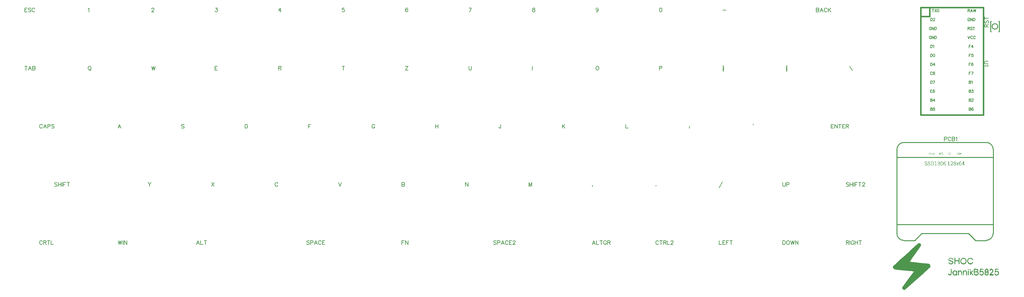
<source format=gto>
G04 Layer: TopSilkscreenLayer*
G04 EasyEDA v6.5.1, 2022-08-03 07:20:24*
G04 1b37d3b93c644ee4b3c1aa7f483211d0,d603b60474844c32a05bd641800ef4e1,10*
G04 Gerber Generator version 0.2*
G04 Scale: 100 percent, Rotated: No, Reflected: No *
G04 Dimensions in millimeters *
G04 leading zeros omitted , absolute positions ,4 integer and 5 decimal *
%FSLAX45Y45*%
%MOMM*%

%ADD10C,0.2540*%
%ADD20C,0.3810*%
%ADD21C,0.1524*%
%ADD23C,0.1501*%

%LPD*%
G36*
X27168246Y3183026D02*
G01*
X27115770Y3182213D01*
X26904797Y2993034D01*
X26806448Y2903982D01*
X26725626Y2831439D01*
X26618539Y2735732D01*
X26515060Y2642870D01*
X26441806Y2576372D01*
X26423213Y2559050D01*
X26396594Y2532430D01*
X26396594Y2485339D01*
X26433627Y2442210D01*
X26517549Y2432761D01*
X26605331Y2423972D01*
X26791970Y2406142D01*
X26867815Y2398471D01*
X26927860Y2391664D01*
X26954276Y2388209D01*
X26967840Y2386076D01*
X26971853Y2385263D01*
X26973784Y2384602D01*
X26982623Y2379167D01*
X26783487Y2104186D01*
X26659586Y1932178D01*
X26659586Y1903069D01*
X26693672Y1859737D01*
X26735176Y1859737D01*
X27212848Y2286762D01*
X27321510Y2384145D01*
X27404923Y2459888D01*
X27431593Y2484577D01*
X27445360Y2497886D01*
X27456841Y2512212D01*
X27456688Y2540914D01*
X27456180Y2546299D01*
X27454301Y2557322D01*
X27451507Y2567533D01*
X27449881Y2572004D01*
X27448103Y2575763D01*
X27439416Y2592019D01*
X27418131Y2600045D01*
X27412950Y2601264D01*
X27395932Y2604211D01*
X27371294Y2607614D01*
X27340712Y2611374D01*
X27305609Y2615184D01*
X27267712Y2618943D01*
X27187398Y2626309D01*
X27111756Y2633522D01*
X27043227Y2640330D01*
X26983842Y2646527D01*
X26935430Y2651912D01*
X26900022Y2656281D01*
X26879550Y2659380D01*
X26875181Y2660599D01*
X26875384Y2661615D01*
X26878838Y2667762D01*
X26886001Y2678938D01*
X26899615Y2699207D01*
X26930603Y2743911D01*
X26970380Y2800096D01*
X27123593Y3013100D01*
X27193849Y3111754D01*
X27193849Y3146501D01*
G37*
G36*
X28139034Y2773426D02*
G01*
X28139034Y2592222D01*
X28153766Y2583129D01*
X28158744Y2596083D01*
X28159710Y2599334D01*
X28160675Y2603652D01*
X28162250Y2614676D01*
X28163316Y2627731D01*
X28163672Y2641244D01*
X28163672Y2673451D01*
X28253182Y2673451D01*
X28258211Y2596642D01*
X28278785Y2589885D01*
X28278785Y2773426D01*
X28258211Y2766669D01*
X28253182Y2698089D01*
X28164637Y2698089D01*
X28159608Y2766669D01*
G37*
G36*
X28006802Y2772054D02*
G01*
X27966415Y2731719D01*
X27966415Y2706319D01*
X27998420Y2674366D01*
X28036164Y2668016D01*
X28060142Y2663393D01*
X28068524Y2661462D01*
X28081528Y2657500D01*
X28081528Y2623718D01*
X28040431Y2608072D01*
X28013863Y2618384D01*
X28009189Y2620721D01*
X28004566Y2623362D01*
X28000147Y2626207D01*
X27992324Y2632202D01*
X27989225Y2635199D01*
X27986837Y2638044D01*
X27977185Y2651252D01*
X27965653Y2632659D01*
X27983129Y2600045D01*
X28044495Y2581757D01*
X28088844Y2598724D01*
X28116276Y2640584D01*
X28090164Y2680411D01*
X27998267Y2699461D01*
X27988412Y2725115D01*
X28018892Y2747416D01*
X28054655Y2747416D01*
X28096768Y2714244D01*
X28108808Y2733649D01*
X28064155Y2772054D01*
G37*
G36*
X28392577Y2772054D02*
G01*
X28365043Y2772003D01*
X28338322Y2749194D01*
X28333700Y2744825D01*
X28325521Y2735935D01*
X28321965Y2731414D01*
X28318663Y2726791D01*
X28313126Y2717393D01*
X28310839Y2712567D01*
X28308858Y2707640D01*
X28307182Y2702661D01*
X28305810Y2697530D01*
X28304794Y2692349D01*
X28304032Y2687015D01*
X28303537Y2679496D01*
X28327654Y2679496D01*
X28336443Y2703169D01*
X28338881Y2709214D01*
X28341523Y2714853D01*
X28344368Y2719984D01*
X28347365Y2724658D01*
X28350565Y2728925D01*
X28353969Y2732735D01*
X28357576Y2736037D01*
X28361386Y2738932D01*
X28365399Y2741371D01*
X28369564Y2743352D01*
X28373933Y2744876D01*
X28378505Y2745943D01*
X28383230Y2746552D01*
X28388208Y2746705D01*
X28393339Y2746400D01*
X28398622Y2745638D01*
X28404159Y2744419D01*
X28409849Y2742742D01*
X28415742Y2740660D01*
X28442310Y2728722D01*
X28457804Y2684322D01*
X28449371Y2640076D01*
X28414827Y2615895D01*
X28363519Y2615895D01*
X28350870Y2630271D01*
X28345536Y2637231D01*
X28340405Y2645562D01*
X28335986Y2654198D01*
X28332938Y2662072D01*
X28327654Y2679496D01*
X28303537Y2679496D01*
X28303474Y2652877D01*
X28335528Y2600350D01*
X28399689Y2581148D01*
X28457499Y2608580D01*
X28486811Y2673604D01*
X28467405Y2738374D01*
X28420060Y2772054D01*
G37*
G36*
X28559455Y2772054D02*
G01*
X28510280Y2730703D01*
X28499612Y2667304D01*
X28524758Y2607106D01*
X28585210Y2581808D01*
X28626053Y2592070D01*
X28675584Y2641600D01*
X28657296Y2659888D01*
X28616554Y2615895D01*
X28559404Y2615895D01*
X28525317Y2659227D01*
X28525317Y2707081D01*
X28565703Y2747416D01*
X28583026Y2747416D01*
X28588512Y2747111D01*
X28594202Y2746248D01*
X28600095Y2744825D01*
X28605988Y2742996D01*
X28611830Y2740710D01*
X28617570Y2738069D01*
X28623006Y2735122D01*
X28628136Y2731922D01*
X28632759Y2728468D01*
X28636823Y2724912D01*
X28640227Y2721203D01*
X28642868Y2717444D01*
X28649422Y2706319D01*
X28661360Y2706319D01*
X28666439Y2706725D01*
X28669945Y2707944D01*
X28671977Y2710078D01*
X28672434Y2713177D01*
X28671316Y2717241D01*
X28668675Y2722422D01*
X28664458Y2728722D01*
X28658718Y2736189D01*
X28653841Y2741828D01*
X28648660Y2746959D01*
X28643224Y2751683D01*
X28637534Y2755900D01*
X28631591Y2759659D01*
X28625444Y2762910D01*
X28619043Y2765704D01*
X28612439Y2767990D01*
X28605632Y2769768D01*
X28598622Y2771038D01*
X28591408Y2771800D01*
X28584042Y2772054D01*
G37*
G36*
X28582772Y2460802D02*
G01*
X28577946Y2447848D01*
X28577184Y2442413D01*
X28576168Y2423922D01*
X28575812Y2390241D01*
X28576371Y2358440D01*
X28578759Y2278837D01*
X28595218Y2274824D01*
X28600349Y2328214D01*
X28607054Y2328214D01*
X28608883Y2327656D01*
X28611474Y2325928D01*
X28614674Y2323185D01*
X28622599Y2315210D01*
X28631642Y2304694D01*
X28658718Y2269286D01*
X28675533Y2286101D01*
X28624580Y2350414D01*
X28653841Y2378557D01*
X28662528Y2387904D01*
X28669132Y2396032D01*
X28671367Y2399334D01*
X28672789Y2401925D01*
X28673298Y2403754D01*
X28672840Y2406853D01*
X28671621Y2408986D01*
X28669589Y2410256D01*
X28666897Y2410612D01*
X28663544Y2410053D01*
X28659582Y2408732D01*
X28655060Y2406548D01*
X28650082Y2403551D01*
X28644646Y2399792D01*
X28638855Y2395321D01*
X28632759Y2390089D01*
X28599333Y2357882D01*
X28599333Y2450541D01*
G37*
G36*
X28871976Y2460498D02*
G01*
X28867963Y2453944D01*
X28867049Y2451709D01*
X28864712Y2442210D01*
X28862070Y2427630D01*
X28859378Y2409799D01*
X28852215Y2352903D01*
X28857549Y2352903D01*
X28861258Y2353970D01*
X28867404Y2356866D01*
X28875075Y2361133D01*
X28883508Y2366365D01*
X28904082Y2379878D01*
X28944519Y2361488D01*
X28944519Y2311450D01*
X28903066Y2292553D01*
X28854958Y2328062D01*
X28843274Y2309114D01*
X28887877Y2270709D01*
X28928822Y2270709D01*
X28969157Y2311044D01*
X28969157Y2368143D01*
X28924199Y2403500D01*
X28881679Y2397252D01*
X28888893Y2435098D01*
X28970528Y2435098D01*
X28963772Y2455621D01*
G37*
G36*
X29299408Y2460498D02*
G01*
X29295394Y2453944D01*
X29294429Y2451709D01*
X29292143Y2442210D01*
X29289451Y2427630D01*
X29286758Y2409799D01*
X29279596Y2352903D01*
X29284980Y2352903D01*
X29288587Y2353919D01*
X29294582Y2356713D01*
X29302049Y2360828D01*
X29310177Y2365908D01*
X29330040Y2378913D01*
X29362857Y2368499D01*
X29373017Y2336444D01*
X29362857Y2304440D01*
X29328922Y2293670D01*
X29282389Y2328062D01*
X29270655Y2309114D01*
X29315308Y2270709D01*
X29353256Y2270709D01*
X29396588Y2304796D01*
X29396588Y2368143D01*
X29351630Y2403500D01*
X29309060Y2397252D01*
X29316273Y2435098D01*
X29397960Y2435098D01*
X29391152Y2455621D01*
G37*
G36*
X28040431Y2459736D02*
G01*
X28040431Y2330043D01*
X28007462Y2291232D01*
X27967228Y2339848D01*
X27956459Y2311806D01*
X27965958Y2287016D01*
X28007513Y2268067D01*
X28047797Y2286406D01*
X28066187Y2354681D01*
X28054909Y2459736D01*
G37*
G36*
X28697427Y2459736D02*
G01*
X28693262Y2448864D01*
X28692449Y2445054D01*
X28691658Y2435098D01*
X28725672Y2435098D01*
X28732073Y2434691D01*
X28741065Y2433624D01*
X28751479Y2431999D01*
X28762147Y2430068D01*
X28787293Y2425039D01*
X28797097Y2399436D01*
X28790696Y2393442D01*
X28788664Y2392121D01*
X28781095Y2389124D01*
X28769919Y2385974D01*
X28756457Y2383028D01*
X28714395Y2376119D01*
X28714395Y2435098D01*
X28691658Y2435098D01*
X28691027Y2417267D01*
X28690874Y2388971D01*
X28691341Y2361133D01*
X28742487Y2361133D01*
X28754425Y2360726D01*
X28766160Y2359660D01*
X28776320Y2358085D01*
X28780384Y2357120D01*
X28783584Y2356104D01*
X28796589Y2351125D01*
X28796589Y2303576D01*
X28762553Y2303475D01*
X28750564Y2302713D01*
X28739439Y2301392D01*
X28730549Y2299614D01*
X28727400Y2298598D01*
X28714395Y2293620D01*
X28714395Y2361133D01*
X28691341Y2361133D01*
X28693821Y2274824D01*
X28768802Y2269947D01*
X28813302Y2286863D01*
X28831032Y2332329D01*
X28807359Y2374392D01*
X28819094Y2406294D01*
X28805225Y2443530D01*
X28783940Y2451658D01*
X28778962Y2453284D01*
X28773069Y2454808D01*
X28766465Y2456180D01*
X28751885Y2458364D01*
X28744367Y2459126D01*
X28737001Y2459583D01*
G37*
G36*
X29034181Y2459736D02*
G01*
X29008781Y2434234D01*
X29004463Y2429357D01*
X29000907Y2424836D01*
X28998214Y2420670D01*
X28996233Y2416606D01*
X28995065Y2412644D01*
X28994658Y2408631D01*
X28994912Y2404465D01*
X28995877Y2400096D01*
X28997554Y2395321D01*
X29001186Y2387549D01*
X29026713Y2387549D01*
X29026713Y2425496D01*
X29047236Y2432862D01*
X29076040Y2418080D01*
X29076040Y2407056D01*
X29075126Y2402027D01*
X29072687Y2396490D01*
X29069131Y2391156D01*
X29064762Y2386634D01*
X29053434Y2377287D01*
X29026713Y2387549D01*
X29001186Y2387549D01*
X29011778Y2367584D01*
X28993846Y2349601D01*
X28993846Y2312365D01*
X29018484Y2312365D01*
X29018484Y2327148D01*
X29018839Y2333802D01*
X29019906Y2339340D01*
X29021836Y2343810D01*
X29024732Y2347264D01*
X29028542Y2349855D01*
X29033520Y2351582D01*
X29039616Y2352598D01*
X29046982Y2352903D01*
X29064508Y2352903D01*
X29074364Y2343048D01*
X29078224Y2338374D01*
X29081323Y2332990D01*
X29083457Y2327605D01*
X29084270Y2322779D01*
X29084270Y2312365D01*
X29051351Y2294788D01*
X29018484Y2312365D01*
X28993846Y2312365D01*
X28993846Y2297226D01*
X29014115Y2283968D01*
X29018484Y2281326D01*
X29028085Y2276551D01*
X29037788Y2272995D01*
X29042309Y2271725D01*
X29046424Y2270963D01*
X29049980Y2270709D01*
X29065575Y2270709D01*
X29110432Y2305964D01*
X29104844Y2331466D01*
X29102761Y2344166D01*
X29101186Y2359761D01*
X29100221Y2376322D01*
X29100068Y2391867D01*
X29100830Y2426716D01*
X29067810Y2459736D01*
G37*
G36*
X29166413Y2459736D02*
G01*
X29133546Y2426868D01*
X29133546Y2402230D01*
X29142537Y2402230D01*
X29147211Y2403652D01*
X29153307Y2407615D01*
X29160063Y2413508D01*
X29166667Y2420721D01*
X29181856Y2439212D01*
X29211625Y2421077D01*
X29217264Y2383078D01*
X29133546Y2306167D01*
X29133546Y2270709D01*
X29249827Y2270709D01*
X29244391Y2299462D01*
X29173728Y2307691D01*
X29240429Y2368804D01*
X29240429Y2426208D01*
X29204412Y2459736D01*
G37*
G36*
X28530042Y2458059D02*
G01*
X28526232Y2456942D01*
X28522777Y2454452D01*
X28520593Y2451303D01*
X28518764Y2447036D01*
X28517545Y2442159D01*
X28517138Y2437231D01*
X28517138Y2425649D01*
X28545891Y2431186D01*
X28545891Y2442718D01*
X28545231Y2447290D01*
X28543503Y2451252D01*
X28540862Y2454402D01*
X28537560Y2456688D01*
X28533852Y2457958D01*
G37*
G36*
X28525368Y2411780D02*
G01*
X28520847Y2400046D01*
X28520237Y2397912D01*
X28519272Y2390952D01*
X28518612Y2380996D01*
X28518205Y2368600D01*
X28518154Y2354478D01*
X28518459Y2339289D01*
X28521253Y2274824D01*
X28545891Y2274824D01*
X28545891Y2404973D01*
G37*
G36*
X28124048Y2410409D02*
G01*
X28080055Y2358136D01*
X28088812Y2312365D01*
X28114396Y2312365D01*
X28114396Y2366060D01*
X28134106Y2385771D01*
X28168650Y2385771D01*
X28188361Y2366060D01*
X28188361Y2320391D01*
X28148381Y2294178D01*
X28114396Y2312365D01*
X28088812Y2312365D01*
X28089707Y2307691D01*
X28116326Y2284476D01*
X28121660Y2280513D01*
X28126740Y2277262D01*
X28131668Y2274722D01*
X28136443Y2272893D01*
X28141218Y2271776D01*
X28145994Y2271318D01*
X28150820Y2271522D01*
X28155747Y2272385D01*
X28160878Y2273960D01*
X28166263Y2276144D01*
X28171952Y2278938D01*
X28187345Y2287168D01*
X28192425Y2278938D01*
X28195015Y2275738D01*
X28198318Y2273147D01*
X28201874Y2271369D01*
X28205277Y2270709D01*
X28212999Y2270709D01*
X28212999Y2410409D01*
X28205480Y2410409D01*
X28202229Y2409596D01*
X28199029Y2407412D01*
X28196235Y2404160D01*
X28194152Y2400147D01*
X28190393Y2389886D01*
X28168650Y2410409D01*
G37*
G36*
X28237027Y2410409D02*
G01*
X28241802Y2276144D01*
X28262326Y2269337D01*
X28262326Y2343607D01*
X28278785Y2386838D01*
X28323946Y2381656D01*
X28332176Y2276094D01*
X28352750Y2269337D01*
X28352750Y2373884D01*
X28327146Y2410409D01*
X28310636Y2410409D01*
X28302965Y2409748D01*
X28294279Y2407920D01*
X28285694Y2405227D01*
X28278226Y2401925D01*
X28262326Y2393391D01*
X28262326Y2410409D01*
G37*
G36*
X28393593Y2410409D02*
G01*
X28389935Y2409545D01*
X28386328Y2407158D01*
X28383179Y2403652D01*
X28380842Y2399334D01*
X28380283Y2397302D01*
X28379369Y2390597D01*
X28378759Y2380843D01*
X28378454Y2368702D01*
X28378403Y2354834D01*
X28378759Y2339848D01*
X28381502Y2276144D01*
X28402026Y2269337D01*
X28402026Y2353970D01*
X28419044Y2385771D01*
X28459277Y2385771D01*
X28464306Y2362809D01*
X28466135Y2350719D01*
X28467812Y2335885D01*
X28469234Y2320137D01*
X28471926Y2276094D01*
X28492450Y2269337D01*
X28492450Y2373884D01*
X28466897Y2410409D01*
X28421787Y2410409D01*
X28402026Y2390698D01*
X28402026Y2410409D01*
G37*
G36*
X27766467Y5753354D02*
G01*
X27761336Y5752795D01*
X27756662Y5751322D01*
X27752497Y5748832D01*
X27748941Y5745530D01*
X27746045Y5741365D01*
X27743912Y5736386D01*
X27742540Y5730748D01*
X27742083Y5724398D01*
X27742540Y5717946D01*
X27743912Y5712256D01*
X27746045Y5707278D01*
X27748890Y5703112D01*
X27752395Y5699810D01*
X27756459Y5697423D01*
X27761031Y5695899D01*
X27765959Y5695442D01*
X27771039Y5695950D01*
X27775509Y5697474D01*
X27779522Y5700014D01*
X27782977Y5703570D01*
X27779421Y5707380D01*
X27776627Y5704636D01*
X27773477Y5702655D01*
X27770023Y5701436D01*
X27766213Y5701030D01*
X27758847Y5702655D01*
X27753259Y5707380D01*
X27749703Y5714746D01*
X27748433Y5724398D01*
X27749703Y5734151D01*
X27753360Y5741466D01*
X27759050Y5746140D01*
X27766467Y5747766D01*
X27769921Y5747359D01*
X27772969Y5746242D01*
X27775712Y5744514D01*
X27778151Y5742432D01*
X27781707Y5746496D01*
X27778862Y5749036D01*
X27775357Y5751220D01*
X27771191Y5752744D01*
G37*
G36*
X27812441Y5753354D02*
G01*
X27807310Y5752795D01*
X27802636Y5751322D01*
X27798471Y5748832D01*
X27794915Y5745530D01*
X27792019Y5741365D01*
X27789886Y5736386D01*
X27788514Y5730748D01*
X27788057Y5724398D01*
X27788514Y5717946D01*
X27789886Y5712256D01*
X27792019Y5707278D01*
X27794864Y5703112D01*
X27798369Y5699810D01*
X27802433Y5697423D01*
X27807005Y5695899D01*
X27811933Y5695442D01*
X27817114Y5695950D01*
X27821585Y5697474D01*
X27825496Y5700014D01*
X27828951Y5703570D01*
X27825395Y5707380D01*
X27822652Y5704636D01*
X27819553Y5702655D01*
X27816098Y5701436D01*
X27812187Y5701030D01*
X27804821Y5702655D01*
X27799233Y5707380D01*
X27795677Y5714746D01*
X27794407Y5724398D01*
X27795677Y5734151D01*
X27799334Y5741466D01*
X27805024Y5746140D01*
X27812441Y5747766D01*
X27815946Y5747359D01*
X27819045Y5746242D01*
X27821788Y5744514D01*
X27824125Y5742432D01*
X27827681Y5746496D01*
X27824887Y5749036D01*
X27821382Y5751220D01*
X27817267Y5752744D01*
G37*
G36*
X27695347Y5752338D02*
G01*
X27713127Y5696458D01*
X27720493Y5696458D01*
X27738273Y5752338D01*
X27731923Y5752338D01*
X27718512Y5707735D01*
X27716937Y5703062D01*
X27716683Y5703062D01*
X27711349Y5721350D01*
X27701951Y5752338D01*
G37*
G36*
X27445411Y5753354D02*
G01*
X27440127Y5752795D01*
X27435302Y5751322D01*
X27430984Y5748832D01*
X27427326Y5745530D01*
X27424329Y5741365D01*
X27422144Y5736386D01*
X27420773Y5730748D01*
X27420265Y5724398D01*
X27420722Y5717946D01*
X27422094Y5712256D01*
X27424278Y5707278D01*
X27427174Y5703112D01*
X27430780Y5699810D01*
X27434946Y5697423D01*
X27439721Y5695899D01*
X27444903Y5695442D01*
X27450338Y5695899D01*
X27455063Y5697270D01*
X27459076Y5699252D01*
X27462175Y5701792D01*
X27462175Y5724906D01*
X27444141Y5724906D01*
X27444141Y5719826D01*
X27456333Y5719826D01*
X27456333Y5704586D01*
X27454301Y5703062D01*
X27451659Y5701944D01*
X27448713Y5701233D01*
X27445665Y5701030D01*
X27437537Y5702655D01*
X27431593Y5707380D01*
X27427885Y5714746D01*
X27426615Y5724398D01*
X27427986Y5734151D01*
X27431796Y5741466D01*
X27437791Y5746140D01*
X27445665Y5747766D01*
X27449678Y5747308D01*
X27452929Y5746140D01*
X27455622Y5744413D01*
X27457857Y5742432D01*
X27461413Y5746496D01*
X27458619Y5748934D01*
X27455164Y5751118D01*
X27450796Y5752744D01*
G37*
G36*
X27475637Y5752338D02*
G01*
X27475637Y5696458D01*
X27481479Y5696458D01*
X27481428Y5731256D01*
X27480717Y5743956D01*
X27481225Y5743956D01*
X27487321Y5732526D01*
X27508149Y5696458D01*
X27514753Y5696458D01*
X27514753Y5752338D01*
X27508657Y5752338D01*
X27508758Y5717692D01*
X27509673Y5704586D01*
X27509165Y5704586D01*
X27503069Y5716016D01*
X27481987Y5752338D01*
G37*
G36*
X27530247Y5752338D02*
G01*
X27530247Y5747004D01*
X27543455Y5747004D01*
X27548179Y5746597D01*
X27552294Y5745480D01*
X27555748Y5743651D01*
X27558542Y5741162D01*
X27560727Y5737961D01*
X27562302Y5734100D01*
X27563216Y5729681D01*
X27563521Y5724652D01*
X27563216Y5719572D01*
X27562302Y5715000D01*
X27560727Y5711088D01*
X27558542Y5707735D01*
X27555748Y5705094D01*
X27552294Y5703112D01*
X27548179Y5701944D01*
X27543455Y5701538D01*
X27536597Y5701538D01*
X27536597Y5747004D01*
X27530247Y5747004D01*
X27530247Y5696458D01*
X27544217Y5696458D01*
X27550211Y5696915D01*
X27555444Y5698388D01*
X27559914Y5700725D01*
X27563572Y5703976D01*
X27566416Y5707989D01*
X27568499Y5712815D01*
X27569718Y5718403D01*
X27570125Y5724652D01*
X27569718Y5730849D01*
X27568499Y5736336D01*
X27566416Y5741111D01*
X27563521Y5745022D01*
X27559863Y5748172D01*
X27555342Y5750458D01*
X27550059Y5751830D01*
X27543963Y5752338D01*
G37*
G36*
X27972715Y5753354D02*
G01*
X27965857Y5752236D01*
X27960370Y5749188D01*
X27956764Y5744565D01*
X27955443Y5738622D01*
X27956510Y5733288D01*
X27959253Y5729274D01*
X27962961Y5726430D01*
X27966873Y5724398D01*
X27978709Y5719064D01*
X27981706Y5717082D01*
X27983688Y5714390D01*
X27984399Y5710682D01*
X27983586Y5706668D01*
X27981198Y5703620D01*
X27977338Y5701690D01*
X27972207Y5701030D01*
X27967889Y5701487D01*
X27963672Y5702960D01*
X27959812Y5705195D01*
X27956459Y5708142D01*
X27952649Y5703824D01*
X27956611Y5700369D01*
X27961183Y5697728D01*
X27966415Y5696000D01*
X27972207Y5695442D01*
X27979928Y5696610D01*
X27985770Y5699963D01*
X27989479Y5704941D01*
X27990749Y5711190D01*
X27989885Y5716524D01*
X27987447Y5720537D01*
X27983789Y5723585D01*
X27979319Y5725922D01*
X27967889Y5730951D01*
X27964892Y5732830D01*
X27962656Y5735472D01*
X27961793Y5739130D01*
X27962606Y5742686D01*
X27964892Y5745429D01*
X27968346Y5747156D01*
X27972715Y5747766D01*
X27976525Y5747359D01*
X27979877Y5746292D01*
X27982926Y5744616D01*
X27985669Y5742432D01*
X27988971Y5746496D01*
X27985770Y5749137D01*
X27981910Y5751322D01*
X27977541Y5752795D01*
G37*
G36*
X28023261Y5753354D02*
G01*
X28018130Y5752795D01*
X28013406Y5751322D01*
X28009240Y5748832D01*
X28005633Y5745530D01*
X28002687Y5741365D01*
X28000502Y5736386D01*
X27999131Y5730748D01*
X27998623Y5724398D01*
X27999131Y5717946D01*
X28000452Y5712256D01*
X28002636Y5707278D01*
X28005582Y5703112D01*
X28009088Y5699810D01*
X28013202Y5697423D01*
X28017774Y5695899D01*
X28022753Y5695442D01*
X28027833Y5695950D01*
X28032303Y5697474D01*
X28036316Y5700014D01*
X28039771Y5703570D01*
X28036215Y5707380D01*
X28033421Y5704636D01*
X28030271Y5702655D01*
X28026817Y5701436D01*
X28023007Y5701030D01*
X28015641Y5702655D01*
X28010053Y5707380D01*
X28006497Y5714746D01*
X28005227Y5724398D01*
X28006497Y5734151D01*
X28010154Y5741466D01*
X28015844Y5746140D01*
X28023261Y5747766D01*
X28026715Y5747359D01*
X28029763Y5746242D01*
X28032506Y5744514D01*
X28034945Y5742432D01*
X28038247Y5746496D01*
X28035554Y5749036D01*
X28032100Y5751220D01*
X28027985Y5752744D01*
G37*
G36*
X28050185Y5752338D02*
G01*
X28050185Y5696458D01*
X28081173Y5696458D01*
X28081173Y5701792D01*
X28056535Y5701792D01*
X28056535Y5752338D01*
G37*
G36*
X28226715Y5753354D02*
G01*
X28219857Y5752236D01*
X28214370Y5749188D01*
X28210764Y5744565D01*
X28209443Y5738622D01*
X28210510Y5733288D01*
X28213253Y5729274D01*
X28216961Y5726430D01*
X28220873Y5724398D01*
X28232709Y5719064D01*
X28235706Y5717082D01*
X28237688Y5714390D01*
X28238399Y5710682D01*
X28237586Y5706668D01*
X28235198Y5703620D01*
X28231338Y5701690D01*
X28226207Y5701030D01*
X28221889Y5701487D01*
X28217672Y5702960D01*
X28213812Y5705195D01*
X28210459Y5708142D01*
X28206649Y5703824D01*
X28210611Y5700369D01*
X28215183Y5697728D01*
X28220415Y5696000D01*
X28226207Y5695442D01*
X28233928Y5696610D01*
X28239770Y5699963D01*
X28243479Y5704941D01*
X28244749Y5711190D01*
X28243885Y5716524D01*
X28241447Y5720537D01*
X28237789Y5723585D01*
X28233319Y5725922D01*
X28221889Y5730951D01*
X28218892Y5732830D01*
X28216656Y5735472D01*
X28215793Y5739130D01*
X28216606Y5742686D01*
X28218892Y5745429D01*
X28222346Y5747156D01*
X28226715Y5747766D01*
X28230525Y5747359D01*
X28233877Y5746292D01*
X28236926Y5744616D01*
X28239669Y5742432D01*
X28242971Y5746496D01*
X28239770Y5749137D01*
X28235910Y5751322D01*
X28231541Y5752795D01*
G37*
G36*
X28255925Y5752338D02*
G01*
X28255925Y5747004D01*
X28269133Y5747004D01*
X28273857Y5746597D01*
X28277972Y5745480D01*
X28281426Y5743651D01*
X28284220Y5741162D01*
X28286405Y5737961D01*
X28287980Y5734100D01*
X28288894Y5729681D01*
X28289199Y5724652D01*
X28288894Y5719572D01*
X28287980Y5715000D01*
X28286405Y5711088D01*
X28284220Y5707735D01*
X28281426Y5705094D01*
X28277972Y5703112D01*
X28273857Y5701944D01*
X28269133Y5701538D01*
X28262275Y5701538D01*
X28262275Y5747004D01*
X28255925Y5747004D01*
X28255925Y5696458D01*
X28269895Y5696458D01*
X28275889Y5696915D01*
X28281122Y5698388D01*
X28285592Y5700725D01*
X28289250Y5703976D01*
X28292094Y5707989D01*
X28294177Y5712815D01*
X28295396Y5718403D01*
X28295803Y5724652D01*
X28295396Y5730849D01*
X28294177Y5736336D01*
X28292094Y5741111D01*
X28289199Y5745022D01*
X28285541Y5748172D01*
X28281020Y5750458D01*
X28275737Y5751830D01*
X28269641Y5752338D01*
G37*
G36*
X28318917Y5752338D02*
G01*
X28307573Y5719064D01*
X28313329Y5719064D01*
X28317850Y5732780D01*
X28321965Y5747004D01*
X28322219Y5747004D01*
X28328061Y5728208D01*
X28331109Y5719064D01*
X28307573Y5719064D01*
X28299867Y5696458D01*
X28306217Y5696458D01*
X28311805Y5713984D01*
X28332633Y5713984D01*
X28338221Y5696458D01*
X28344825Y5696458D01*
X28325775Y5752338D01*
G37*
G36*
X27330857Y5505196D02*
G01*
X27323694Y5504637D01*
X27317090Y5503011D01*
X27311248Y5500420D01*
X27306168Y5496966D01*
X27302053Y5492699D01*
X27298954Y5487720D01*
X27296973Y5482082D01*
X27296313Y5475986D01*
X27296872Y5470245D01*
X27298446Y5465318D01*
X27300834Y5461050D01*
X27303831Y5457393D01*
X27307387Y5454294D01*
X27311197Y5451703D01*
X27315210Y5449570D01*
X27335175Y5440680D01*
X27342642Y5437073D01*
X27348738Y5433060D01*
X27352752Y5427675D01*
X27354225Y5420106D01*
X27353818Y5415991D01*
X27352548Y5412232D01*
X27350516Y5408930D01*
X27347773Y5406136D01*
X27344268Y5403850D01*
X27340102Y5402173D01*
X27335276Y5401157D01*
X27329841Y5400802D01*
X27321103Y5401767D01*
X27312823Y5404662D01*
X27305253Y5409133D01*
X27298599Y5415026D01*
X27290979Y5406390D01*
X27294789Y5402681D01*
X27298903Y5399379D01*
X27303272Y5396484D01*
X27307997Y5394096D01*
X27313026Y5392166D01*
X27318258Y5390743D01*
X27323796Y5389880D01*
X27329587Y5389626D01*
X27337867Y5390235D01*
X27345233Y5392013D01*
X27351634Y5394858D01*
X27357070Y5398668D01*
X27361388Y5403240D01*
X27364588Y5408574D01*
X27366518Y5414467D01*
X27367179Y5420868D01*
X27366722Y5426710D01*
X27365350Y5431790D01*
X27363216Y5436209D01*
X27360422Y5440019D01*
X27356968Y5443321D01*
X27353056Y5446115D01*
X27348738Y5448604D01*
X27344065Y5450840D01*
X27321306Y5460593D01*
X27315312Y5464352D01*
X27310943Y5469636D01*
X27309267Y5477002D01*
X27310842Y5484012D01*
X27315210Y5489397D01*
X27322018Y5492800D01*
X27330857Y5494020D01*
X27338426Y5493258D01*
X27345132Y5491124D01*
X27351126Y5487771D01*
X27356511Y5483352D01*
X27363369Y5491480D01*
X27356968Y5497017D01*
X27349297Y5501386D01*
X27340560Y5504180D01*
G37*
G36*
X27418741Y5505196D02*
G01*
X27411578Y5504637D01*
X27405025Y5503011D01*
X27399183Y5500420D01*
X27394153Y5496966D01*
X27390089Y5492699D01*
X27387042Y5487720D01*
X27385111Y5482082D01*
X27384451Y5475986D01*
X27385010Y5470245D01*
X27386534Y5465318D01*
X27388870Y5461050D01*
X27391868Y5457393D01*
X27395322Y5454294D01*
X27399132Y5451703D01*
X27403094Y5449570D01*
X27423313Y5440680D01*
X27430780Y5437073D01*
X27436826Y5433060D01*
X27440889Y5427675D01*
X27442363Y5420106D01*
X27441956Y5415991D01*
X27440686Y5412232D01*
X27438603Y5408930D01*
X27435759Y5406136D01*
X27432253Y5403850D01*
X27428037Y5402173D01*
X27423160Y5401157D01*
X27417725Y5400802D01*
X27408987Y5401767D01*
X27400707Y5404662D01*
X27393138Y5409133D01*
X27386483Y5415026D01*
X27378863Y5406390D01*
X27382673Y5402681D01*
X27386788Y5399379D01*
X27391156Y5396484D01*
X27395881Y5394096D01*
X27400910Y5392166D01*
X27406142Y5390743D01*
X27411680Y5389880D01*
X27417471Y5389626D01*
X27425751Y5390235D01*
X27433117Y5392013D01*
X27439518Y5394858D01*
X27444953Y5398668D01*
X27449272Y5403240D01*
X27452472Y5408574D01*
X27454402Y5414467D01*
X27455063Y5420868D01*
X27454606Y5426710D01*
X27453234Y5431790D01*
X27451100Y5436209D01*
X27448256Y5440019D01*
X27444852Y5443321D01*
X27440940Y5446115D01*
X27436622Y5448604D01*
X27431949Y5450840D01*
X27415693Y5457698D01*
X27409292Y5460593D01*
X27403298Y5464352D01*
X27398878Y5469636D01*
X27397151Y5477002D01*
X27398726Y5484012D01*
X27403094Y5489397D01*
X27409902Y5492800D01*
X27418741Y5494020D01*
X27426361Y5493258D01*
X27433117Y5491124D01*
X27439213Y5487771D01*
X27444649Y5483352D01*
X27451253Y5491480D01*
X27444852Y5497017D01*
X27437181Y5501386D01*
X27428444Y5504180D01*
G37*
G36*
X27688997Y5505196D02*
G01*
X27680005Y5504180D01*
X27671928Y5501436D01*
X27664714Y5497220D01*
X27658263Y5491988D01*
X27665121Y5484114D01*
X27670048Y5488482D01*
X27675687Y5491937D01*
X27681834Y5494223D01*
X27688489Y5495036D01*
X27696718Y5493715D01*
X27702865Y5489956D01*
X27706726Y5484215D01*
X27708047Y5476748D01*
X27707640Y5472226D01*
X27706421Y5468010D01*
X27704237Y5464251D01*
X27701087Y5461000D01*
X27696820Y5458358D01*
X27691334Y5456326D01*
X27684628Y5455056D01*
X27676551Y5454650D01*
X27676551Y5444744D01*
X27685542Y5444286D01*
X27693061Y5443067D01*
X27699208Y5441086D01*
X27704084Y5438444D01*
X27707691Y5435142D01*
X27710231Y5431231D01*
X27711653Y5426760D01*
X27712111Y5421884D01*
X27711653Y5417058D01*
X27710384Y5412790D01*
X27708301Y5409031D01*
X27705507Y5405882D01*
X27702052Y5403392D01*
X27698090Y5401513D01*
X27693620Y5400395D01*
X27688743Y5400040D01*
X27679700Y5401106D01*
X27672182Y5404002D01*
X27665883Y5408168D01*
X27660549Y5412994D01*
X27654199Y5404866D01*
X27657044Y5402021D01*
X27660244Y5399227D01*
X27663902Y5396687D01*
X27667965Y5394350D01*
X27672538Y5392420D01*
X27677618Y5390896D01*
X27683256Y5389930D01*
X27689505Y5389626D01*
X27696617Y5390134D01*
X27703221Y5391759D01*
X27709215Y5394401D01*
X27714397Y5398058D01*
X27718613Y5402580D01*
X27721864Y5408015D01*
X27723846Y5414314D01*
X27724557Y5421376D01*
X27724100Y5426913D01*
X27722677Y5431891D01*
X27720493Y5436362D01*
X27717597Y5440222D01*
X27714041Y5443524D01*
X27709977Y5446268D01*
X27705507Y5448350D01*
X27700681Y5449824D01*
X27700681Y5450586D01*
X27704999Y5452313D01*
X27708860Y5454548D01*
X27712314Y5457240D01*
X27715210Y5460390D01*
X27717546Y5463997D01*
X27719324Y5468061D01*
X27720391Y5472582D01*
X27720747Y5477510D01*
X27720137Y5483707D01*
X27718359Y5489194D01*
X27715514Y5493969D01*
X27711755Y5497880D01*
X27707082Y5501030D01*
X27701697Y5503316D01*
X27695601Y5504688D01*
G37*
G36*
X27775103Y5505196D02*
G01*
X27770023Y5504789D01*
X27765248Y5503621D01*
X27760879Y5501690D01*
X27756865Y5498947D01*
X27753259Y5495391D01*
X27750058Y5491022D01*
X27747315Y5485892D01*
X27745029Y5479948D01*
X27743200Y5473141D01*
X27741880Y5465521D01*
X27741118Y5457037D01*
X27740813Y5447792D01*
X27752751Y5447792D01*
X27753157Y5459222D01*
X27754376Y5468975D01*
X27756358Y5477103D01*
X27758999Y5483656D01*
X27762250Y5488686D01*
X27766060Y5492242D01*
X27770378Y5494324D01*
X27775103Y5495036D01*
X27779827Y5494324D01*
X27784094Y5492242D01*
X27787853Y5488686D01*
X27791003Y5483656D01*
X27793543Y5477103D01*
X27795423Y5468975D01*
X27796540Y5459222D01*
X27796947Y5447792D01*
X27796794Y5439867D01*
X27796236Y5432755D01*
X27795423Y5426354D01*
X27794254Y5420664D01*
X27792730Y5415686D01*
X27791003Y5411368D01*
X27788971Y5407812D01*
X27786634Y5404866D01*
X27784094Y5402630D01*
X27781300Y5401005D01*
X27778303Y5400090D01*
X27775103Y5399786D01*
X27771902Y5400090D01*
X27768854Y5401005D01*
X27766060Y5402630D01*
X27763470Y5404866D01*
X27761082Y5407812D01*
X27758999Y5411368D01*
X27757170Y5415686D01*
X27755646Y5420664D01*
X27754376Y5426354D01*
X27753513Y5432755D01*
X27752954Y5439867D01*
X27752751Y5447792D01*
X27740813Y5447792D01*
X27741118Y5438444D01*
X27741880Y5429961D01*
X27743200Y5422290D01*
X27745029Y5415432D01*
X27747315Y5409336D01*
X27750058Y5404104D01*
X27753259Y5399684D01*
X27756865Y5396026D01*
X27760879Y5393232D01*
X27765248Y5391200D01*
X27770023Y5389981D01*
X27775103Y5389626D01*
X27780183Y5389981D01*
X27784856Y5391200D01*
X27789225Y5393232D01*
X27793188Y5396026D01*
X27796794Y5399684D01*
X27799944Y5404104D01*
X27802687Y5409336D01*
X27804973Y5415432D01*
X27806751Y5422290D01*
X27808072Y5429961D01*
X27808885Y5438444D01*
X27809139Y5447792D01*
X27808885Y5456986D01*
X27808072Y5465419D01*
X27806751Y5473039D01*
X27804973Y5479796D01*
X27802687Y5485790D01*
X27799944Y5490972D01*
X27796794Y5495290D01*
X27793188Y5498846D01*
X27789225Y5501640D01*
X27784856Y5503621D01*
X27780183Y5504789D01*
G37*
G36*
X27866289Y5505196D02*
G01*
X27862326Y5504992D01*
X27858415Y5504383D01*
X27854605Y5503367D01*
X27850947Y5501894D01*
X27847442Y5500014D01*
X27844089Y5497626D01*
X27840889Y5494782D01*
X27837993Y5491429D01*
X27835301Y5487568D01*
X27832913Y5483148D01*
X27830780Y5478221D01*
X27829002Y5472684D01*
X27827579Y5466638D01*
X27826512Y5459933D01*
X27825903Y5452618D01*
X27825649Y5444744D01*
X27825931Y5436616D01*
X27837587Y5436616D01*
X27843480Y5443372D01*
X27849576Y5447944D01*
X27855519Y5450535D01*
X27860955Y5451348D01*
X27866035Y5450840D01*
X27870353Y5449519D01*
X27874010Y5447284D01*
X27876957Y5444286D01*
X27879192Y5440578D01*
X27880767Y5436209D01*
X27881732Y5431231D01*
X27882037Y5425694D01*
X27881681Y5420106D01*
X27880564Y5415026D01*
X27878786Y5410606D01*
X27876449Y5406796D01*
X27873604Y5403697D01*
X27870251Y5401411D01*
X27866543Y5399989D01*
X27862479Y5399532D01*
X27857246Y5400141D01*
X27852624Y5401970D01*
X27848560Y5405018D01*
X27845105Y5409184D01*
X27842260Y5414467D01*
X27840076Y5420817D01*
X27838501Y5428234D01*
X27837587Y5436616D01*
X27825931Y5436616D01*
X27826868Y5427929D01*
X27828392Y5420664D01*
X27830424Y5414162D01*
X27832964Y5408422D01*
X27835961Y5403443D01*
X27839466Y5399227D01*
X27843327Y5395772D01*
X27847645Y5393080D01*
X27852268Y5391150D01*
X27857246Y5389981D01*
X27862479Y5389626D01*
X27868626Y5390286D01*
X27874468Y5392216D01*
X27879751Y5395366D01*
X27884424Y5399633D01*
X27888285Y5404866D01*
X27891232Y5411012D01*
X27893060Y5417972D01*
X27893721Y5425694D01*
X27893213Y5433872D01*
X27891587Y5440984D01*
X27889047Y5447030D01*
X27885491Y5451957D01*
X27881072Y5455818D01*
X27875839Y5458510D01*
X27869794Y5460187D01*
X27862987Y5460746D01*
X27856230Y5459780D01*
X27849423Y5456986D01*
X27843022Y5452668D01*
X27837333Y5447030D01*
X27837739Y5455462D01*
X27838603Y5462981D01*
X27839924Y5469585D01*
X27841702Y5475325D01*
X27843835Y5480202D01*
X27846375Y5484317D01*
X27849169Y5487670D01*
X27852268Y5490362D01*
X27855621Y5492343D01*
X27859177Y5493715D01*
X27862936Y5494528D01*
X27866797Y5494782D01*
X27871877Y5494223D01*
X27876703Y5492546D01*
X27881072Y5489956D01*
X27884831Y5486400D01*
X27891943Y5494020D01*
X27886964Y5498439D01*
X27881122Y5501944D01*
X27874264Y5504332D01*
G37*
G36*
X28056789Y5505196D02*
G01*
X28051760Y5504891D01*
X28047086Y5503976D01*
X28042717Y5502554D01*
X28038653Y5500674D01*
X28034792Y5498287D01*
X28031135Y5495544D01*
X28027680Y5492394D01*
X28024277Y5488940D01*
X28031643Y5481828D01*
X28036723Y5487060D01*
X28042412Y5491276D01*
X28048610Y5494020D01*
X28055265Y5495036D01*
X28060345Y5494578D01*
X28064714Y5493258D01*
X28068371Y5491175D01*
X28071368Y5488432D01*
X28073705Y5485079D01*
X28075331Y5481167D01*
X28076296Y5476849D01*
X28076601Y5472176D01*
X28076448Y5468518D01*
X28075839Y5464759D01*
X28074924Y5460898D01*
X28073553Y5456986D01*
X28071826Y5452922D01*
X28069692Y5448757D01*
X28067152Y5444490D01*
X28060802Y5435498D01*
X28052776Y5425948D01*
X28043022Y5415686D01*
X28031490Y5404764D01*
X28025039Y5399024D01*
X28025039Y5391658D01*
X28094127Y5391658D01*
X28094127Y5402326D01*
X28057754Y5402275D01*
X28048407Y5401767D01*
X28043835Y5401310D01*
X28053588Y5410809D01*
X28062326Y5420106D01*
X28069997Y5429199D01*
X28076499Y5438140D01*
X28079293Y5442508D01*
X28083865Y5451246D01*
X28085592Y5455564D01*
X28086964Y5459882D01*
X28087980Y5464149D01*
X28088589Y5468416D01*
X28088793Y5472684D01*
X28088234Y5479745D01*
X28086608Y5486095D01*
X28083916Y5491632D01*
X28080208Y5496356D01*
X28075636Y5500116D01*
X28070149Y5502859D01*
X28063850Y5504586D01*
G37*
G36*
X28309011Y5505196D02*
G01*
X28305048Y5504992D01*
X28301137Y5504383D01*
X28297327Y5503367D01*
X28293669Y5501894D01*
X28290164Y5500014D01*
X28286811Y5497626D01*
X28283611Y5494782D01*
X28280715Y5491429D01*
X28278023Y5487568D01*
X28275635Y5483148D01*
X28273502Y5478221D01*
X28271724Y5472684D01*
X28270301Y5466638D01*
X28269234Y5459933D01*
X28268625Y5452618D01*
X28268371Y5444744D01*
X28268653Y5436616D01*
X28280309Y5436616D01*
X28286202Y5443372D01*
X28292298Y5447944D01*
X28298241Y5450535D01*
X28303677Y5451348D01*
X28308757Y5450840D01*
X28313075Y5449519D01*
X28316732Y5447284D01*
X28319679Y5444286D01*
X28321914Y5440578D01*
X28323489Y5436209D01*
X28324454Y5431231D01*
X28324759Y5425694D01*
X28324403Y5420106D01*
X28323286Y5415026D01*
X28321508Y5410606D01*
X28319171Y5406796D01*
X28316326Y5403697D01*
X28312973Y5401411D01*
X28309265Y5399989D01*
X28305201Y5399532D01*
X28299968Y5400141D01*
X28295346Y5401970D01*
X28291282Y5405018D01*
X28287827Y5409184D01*
X28284982Y5414467D01*
X28282798Y5420817D01*
X28281223Y5428234D01*
X28280309Y5436616D01*
X28268653Y5436616D01*
X28269590Y5427929D01*
X28271114Y5420664D01*
X28273146Y5414162D01*
X28275686Y5408422D01*
X28278683Y5403443D01*
X28282188Y5399227D01*
X28286049Y5395772D01*
X28290367Y5393080D01*
X28294990Y5391150D01*
X28299968Y5389981D01*
X28305201Y5389626D01*
X28311348Y5390286D01*
X28317189Y5392216D01*
X28322473Y5395366D01*
X28327146Y5399633D01*
X28331007Y5404866D01*
X28333953Y5411012D01*
X28335782Y5417972D01*
X28336443Y5425694D01*
X28335935Y5433872D01*
X28334309Y5440984D01*
X28331769Y5447030D01*
X28328213Y5451957D01*
X28323794Y5455818D01*
X28318561Y5458510D01*
X28312516Y5460187D01*
X28305709Y5460746D01*
X28298952Y5459780D01*
X28292145Y5456986D01*
X28285694Y5452668D01*
X28280055Y5447030D01*
X28280461Y5455462D01*
X28281325Y5462981D01*
X28282646Y5469585D01*
X28284424Y5475325D01*
X28286557Y5480202D01*
X28289097Y5484317D01*
X28291891Y5487670D01*
X28294990Y5490362D01*
X28298343Y5492343D01*
X28301899Y5493715D01*
X28305658Y5494528D01*
X28309519Y5494782D01*
X28314599Y5494223D01*
X28319425Y5492546D01*
X28323794Y5489956D01*
X28327553Y5486400D01*
X28334665Y5494020D01*
X28329686Y5498439D01*
X28323844Y5501944D01*
X28316986Y5504332D01*
G37*
G36*
X28144419Y5504942D02*
G01*
X28138272Y5504383D01*
X28132582Y5502859D01*
X28127452Y5500420D01*
X28123083Y5497118D01*
X28119476Y5493004D01*
X28116733Y5488178D01*
X28115056Y5482742D01*
X28114447Y5476748D01*
X28125877Y5476748D01*
X28127248Y5484368D01*
X28131008Y5490311D01*
X28136799Y5494172D01*
X28144165Y5495544D01*
X28152547Y5493867D01*
X28158744Y5489448D01*
X28162656Y5482894D01*
X28163977Y5474970D01*
X28163215Y5468620D01*
X28160827Y5462574D01*
X28157017Y5456885D01*
X28151785Y5451602D01*
X28142082Y5455818D01*
X28137662Y5458206D01*
X28133802Y5460898D01*
X28130550Y5464048D01*
X28128061Y5467654D01*
X28126436Y5471871D01*
X28125877Y5476748D01*
X28114447Y5476748D01*
X28115666Y5468569D01*
X28118917Y5461609D01*
X28123692Y5455818D01*
X28129433Y5451094D01*
X28129433Y5450586D01*
X28125623Y5448249D01*
X28121914Y5445455D01*
X28118409Y5442254D01*
X28115209Y5438546D01*
X28112516Y5434431D01*
X28110434Y5429859D01*
X28109113Y5424830D01*
X28108699Y5420360D01*
X28120035Y5420360D01*
X28121203Y5428335D01*
X28124505Y5435396D01*
X28129585Y5441543D01*
X28136037Y5446522D01*
X28147670Y5441543D01*
X28152852Y5438851D01*
X28157373Y5435854D01*
X28161183Y5432450D01*
X28164078Y5428538D01*
X28165907Y5423916D01*
X28166517Y5418582D01*
X28164942Y5410809D01*
X28160421Y5404612D01*
X28153360Y5400497D01*
X28144165Y5399024D01*
X28139186Y5399430D01*
X28134614Y5400598D01*
X28130500Y5402529D01*
X28126944Y5405120D01*
X28124048Y5408218D01*
X28121914Y5411876D01*
X28120543Y5415940D01*
X28120035Y5420360D01*
X28108699Y5420360D01*
X28108605Y5419344D01*
X28109316Y5413095D01*
X28111297Y5407406D01*
X28114447Y5402326D01*
X28118663Y5398008D01*
X28123896Y5394452D01*
X28129941Y5391810D01*
X28136748Y5390184D01*
X28144165Y5389626D01*
X28151582Y5390184D01*
X28158236Y5391861D01*
X28164078Y5394452D01*
X28169057Y5397957D01*
X28173019Y5402173D01*
X28176016Y5407050D01*
X28177845Y5412486D01*
X28178455Y5418328D01*
X28178048Y5423712D01*
X28176880Y5428488D01*
X28175051Y5432755D01*
X28172714Y5436514D01*
X28169870Y5439816D01*
X28166669Y5442712D01*
X28163265Y5445302D01*
X28159659Y5447538D01*
X28159659Y5448300D01*
X28164789Y5453126D01*
X28169666Y5459476D01*
X28173222Y5467045D01*
X28174645Y5475478D01*
X28174137Y5481624D01*
X28172562Y5487263D01*
X28170073Y5492242D01*
X28166568Y5496560D01*
X28162250Y5500065D01*
X28157068Y5502706D01*
X28151124Y5504332D01*
G37*
G36*
X27477415Y5503164D02*
G01*
X27477415Y5492750D01*
X27503577Y5492750D01*
X27510079Y5492394D01*
X27516023Y5491378D01*
X27521357Y5489752D01*
X27526132Y5487466D01*
X27530348Y5484520D01*
X27533955Y5481015D01*
X27537054Y5476900D01*
X27539543Y5472176D01*
X27541474Y5466892D01*
X27542896Y5461050D01*
X27543709Y5454700D01*
X27543963Y5447792D01*
X27543709Y5440883D01*
X27542896Y5434482D01*
X27541474Y5428640D01*
X27539543Y5423255D01*
X27537054Y5418480D01*
X27533955Y5414264D01*
X27530348Y5410606D01*
X27526132Y5407558D01*
X27521357Y5405170D01*
X27516023Y5403443D01*
X27510079Y5402427D01*
X27503577Y5402072D01*
X27489861Y5402072D01*
X27489861Y5492750D01*
X27477415Y5492750D01*
X27477415Y5391658D01*
X27505101Y5391658D01*
X27511298Y5391861D01*
X27517089Y5392623D01*
X27522525Y5393791D01*
X27527554Y5395468D01*
X27532228Y5397601D01*
X27536444Y5400141D01*
X27540305Y5403138D01*
X27543760Y5406542D01*
X27546858Y5410403D01*
X27549500Y5414619D01*
X27551786Y5419242D01*
X27553615Y5424220D01*
X27555088Y5429554D01*
X27556104Y5435295D01*
X27556714Y5441340D01*
X27556917Y5447792D01*
X27556714Y5454142D01*
X27556104Y5460187D01*
X27555088Y5465876D01*
X27553615Y5471210D01*
X27551735Y5476138D01*
X27549500Y5480710D01*
X27546808Y5484825D01*
X27543760Y5488584D01*
X27540254Y5491937D01*
X27536394Y5494883D01*
X27532126Y5497372D01*
X27527453Y5499404D01*
X27522373Y5501030D01*
X27516937Y5502198D01*
X27511095Y5502910D01*
X27504847Y5503164D01*
G37*
G36*
X27607209Y5503164D02*
G01*
X27602688Y5500725D01*
X27597455Y5498642D01*
X27591562Y5496966D01*
X27584857Y5495544D01*
X27584857Y5487416D01*
X27604415Y5487416D01*
X27604415Y5402072D01*
X27579523Y5402072D01*
X27579523Y5391658D01*
X27639467Y5391658D01*
X27639467Y5402072D01*
X27616861Y5402072D01*
X27616861Y5503164D01*
G37*
G36*
X27976017Y5503164D02*
G01*
X27971394Y5500725D01*
X27966162Y5498642D01*
X27960218Y5496966D01*
X27953411Y5495544D01*
X27953411Y5487416D01*
X27972969Y5487416D01*
X27972969Y5402072D01*
X27948077Y5402072D01*
X27948077Y5391658D01*
X28008021Y5391658D01*
X28008021Y5402072D01*
X27985415Y5402072D01*
X27985415Y5503164D01*
G37*
G36*
X28393593Y5503164D02*
G01*
X28347261Y5432552D01*
X28359303Y5432552D01*
X28386481Y5472684D01*
X28391002Y5480659D01*
X28395117Y5488686D01*
X28395879Y5488686D01*
X28395117Y5468874D01*
X28395117Y5432552D01*
X28347261Y5432552D01*
X28346095Y5430774D01*
X28346095Y5422646D01*
X28395117Y5422646D01*
X28395117Y5391658D01*
X28406801Y5391658D01*
X28406801Y5422646D01*
X28422041Y5422646D01*
X28422041Y5432552D01*
X28406801Y5432552D01*
X28406801Y5503164D01*
G37*
G36*
X28189885Y5473954D02*
G01*
X28215031Y5434584D01*
X28187853Y5391658D01*
X28200807Y5391658D01*
X28221381Y5426456D01*
X28222143Y5426456D01*
X28231033Y5411724D01*
X28243733Y5391658D01*
X28257195Y5391658D01*
X28230271Y5433314D01*
X28255163Y5473954D01*
X28242463Y5473954D01*
X28223921Y5441442D01*
X28223413Y5441442D01*
X28219044Y5448300D01*
X28215031Y5455158D01*
X28203347Y5473954D01*
G37*
D21*
X19800824Y9856215D02*
G01*
X19785075Y9851136D01*
X19774661Y9835387D01*
X19769581Y9809479D01*
X19769581Y9793986D01*
X19774661Y9767824D01*
X19785075Y9752329D01*
X19800824Y9747250D01*
X19811238Y9747250D01*
X19826731Y9752329D01*
X19837145Y9767824D01*
X19842225Y9793986D01*
X19842225Y9809479D01*
X19837145Y9835387D01*
X19826731Y9851136D01*
X19811238Y9856215D01*
X19800824Y9856215D01*
X3569614Y9835387D02*
G01*
X3580028Y9840721D01*
X3595522Y9856215D01*
X3595522Y9747250D01*
X5374690Y9830308D02*
G01*
X5374690Y9835387D01*
X5380024Y9845802D01*
X5385104Y9851136D01*
X5395518Y9856215D01*
X5416346Y9856215D01*
X5426760Y9851136D01*
X5431840Y9845802D01*
X5437174Y9835387D01*
X5437174Y9824974D01*
X5431840Y9814560D01*
X5421680Y9799065D01*
X5369610Y9747250D01*
X5442254Y9747250D01*
X7180021Y9856215D02*
G01*
X7237171Y9856215D01*
X7205929Y9814560D01*
X7221677Y9814560D01*
X7231837Y9809479D01*
X7237171Y9804400D01*
X7242251Y9788652D01*
X7242251Y9778237D01*
X7237171Y9762744D01*
X7226757Y9752329D01*
X7211263Y9747250D01*
X7195515Y9747250D01*
X7180021Y9752329D01*
X7174687Y9757410D01*
X7169607Y9767824D01*
X9021673Y9856215D02*
G01*
X8969603Y9783571D01*
X9047581Y9783571D01*
X9021673Y9856215D02*
G01*
X9021673Y9747250D01*
X12631826Y9840721D02*
G01*
X12626746Y9851136D01*
X12611252Y9856215D01*
X12600838Y9856215D01*
X12585090Y9851136D01*
X12574676Y9835387D01*
X12569596Y9809479D01*
X12569596Y9783571D01*
X12574676Y9762744D01*
X12585090Y9752329D01*
X12600838Y9747250D01*
X12605918Y9747250D01*
X12621666Y9752329D01*
X12631826Y9762744D01*
X12637160Y9778237D01*
X12637160Y9783571D01*
X12631826Y9799065D01*
X12621666Y9809479D01*
X12605918Y9814560D01*
X12600838Y9814560D01*
X12585090Y9809479D01*
X12574676Y9799065D01*
X12569596Y9783571D01*
X14442236Y9856215D02*
G01*
X14390420Y9747250D01*
X14369592Y9856215D02*
G01*
X14442236Y9856215D01*
X16195497Y9856215D02*
G01*
X16180003Y9851136D01*
X16174669Y9840721D01*
X16174669Y9830308D01*
X16180003Y9819894D01*
X16190417Y9814560D01*
X16211245Y9809479D01*
X16226739Y9804400D01*
X16237153Y9793986D01*
X16242233Y9783571D01*
X16242233Y9767824D01*
X16237153Y9757410D01*
X16231819Y9752329D01*
X16216325Y9747250D01*
X16195497Y9747250D01*
X16180003Y9752329D01*
X16174669Y9757410D01*
X16169589Y9767824D01*
X16169589Y9783571D01*
X16174669Y9793986D01*
X16185083Y9804400D01*
X16200831Y9809479D01*
X16221659Y9814560D01*
X16231819Y9819894D01*
X16237153Y9830308D01*
X16237153Y9840721D01*
X16231819Y9851136D01*
X16216325Y9856215D01*
X16195497Y9856215D01*
X18037149Y9819894D02*
G01*
X18031815Y9804400D01*
X18021655Y9793986D01*
X18005907Y9788652D01*
X18000827Y9788652D01*
X17985079Y9793986D01*
X17974665Y9804400D01*
X17969585Y9819894D01*
X17969585Y9824974D01*
X17974665Y9840721D01*
X17985079Y9851136D01*
X18000827Y9856215D01*
X18005907Y9856215D01*
X18021655Y9851136D01*
X18031815Y9840721D01*
X18037149Y9819894D01*
X18037149Y9793986D01*
X18031815Y9767824D01*
X18021655Y9752329D01*
X18005907Y9747250D01*
X17995493Y9747250D01*
X17979999Y9752329D01*
X17974665Y9762744D01*
X22429990Y6571716D02*
G01*
X22429990Y6540728D01*
X17879999Y4817833D02*
G01*
X17874665Y4812753D01*
X17869585Y4817833D01*
X17874665Y4823167D01*
X17879999Y4817833D01*
X17879999Y4807419D01*
X17869585Y4797259D01*
X21569578Y9793986D02*
G01*
X21663050Y9793986D01*
X19674662Y4823167D02*
G01*
X19669582Y4817833D01*
X19674662Y4812753D01*
X19679996Y4817833D01*
X19674662Y4823167D01*
X21563050Y4927053D02*
G01*
X21469578Y4760683D01*
X20624660Y6509486D02*
G01*
X20619580Y6504406D01*
X20624660Y6499072D01*
X20629994Y6504406D01*
X20624660Y6509486D01*
X20629994Y6467830D02*
G01*
X20624660Y6462750D01*
X20619580Y6467830D01*
X20624660Y6473164D01*
X20629994Y6467830D01*
X20629994Y6457416D01*
X20619580Y6447256D01*
X4461268Y6556222D02*
G01*
X4419612Y6447256D01*
X4461268Y6556222D02*
G01*
X4502670Y6447256D01*
X4435106Y6483578D02*
G01*
X4487176Y6483578D01*
X6686265Y3256229D02*
G01*
X6644609Y3147263D01*
X6686265Y3256229D02*
G01*
X6727667Y3147263D01*
X6660100Y3183585D02*
G01*
X6712173Y3183585D01*
X6761957Y3256229D02*
G01*
X6761957Y3147263D01*
X6761957Y3147263D02*
G01*
X6824441Y3147263D01*
X6895050Y3256229D02*
G01*
X6895050Y3147263D01*
X6858731Y3256229D02*
G01*
X6931375Y3256229D01*
X17911241Y3256229D02*
G01*
X17869585Y3147263D01*
X17911241Y3256229D02*
G01*
X17952643Y3147263D01*
X17885079Y3183585D02*
G01*
X17937149Y3183585D01*
X17986933Y3256229D02*
G01*
X17986933Y3147263D01*
X17986933Y3147263D02*
G01*
X18049417Y3147263D01*
X18120029Y3256229D02*
G01*
X18120029Y3147263D01*
X18083707Y3256229D02*
G01*
X18156351Y3256229D01*
X18268619Y3230321D02*
G01*
X18263285Y3240735D01*
X18253125Y3251149D01*
X18242711Y3256229D01*
X18221883Y3256229D01*
X18211469Y3251149D01*
X18201055Y3240735D01*
X18195975Y3230321D01*
X18190641Y3214573D01*
X18190641Y3188665D01*
X18195975Y3173171D01*
X18201055Y3162757D01*
X18211469Y3152343D01*
X18221883Y3147263D01*
X18242711Y3147263D01*
X18253125Y3152343D01*
X18263285Y3162757D01*
X18268619Y3173171D01*
X18268619Y3188665D01*
X18242711Y3188665D02*
G01*
X18268619Y3188665D01*
X18302909Y3256229D02*
G01*
X18302909Y3147263D01*
X18302909Y3256229D02*
G01*
X18349645Y3256229D01*
X18365139Y3251149D01*
X18370473Y3245815D01*
X18375553Y3235401D01*
X18375553Y3224987D01*
X18370473Y3214573D01*
X18365139Y3209493D01*
X18349645Y3204413D01*
X18302909Y3204413D01*
X18339231Y3204413D02*
G01*
X18375553Y3147263D01*
X12469596Y4906225D02*
G01*
X12469596Y4797259D01*
X12469596Y4906225D02*
G01*
X12516332Y4906225D01*
X12531826Y4901145D01*
X12537160Y4895811D01*
X12542240Y4885397D01*
X12542240Y4874983D01*
X12537160Y4864569D01*
X12531826Y4859489D01*
X12516332Y4854409D01*
X12469596Y4854409D02*
G01*
X12516332Y4854409D01*
X12531826Y4849075D01*
X12537160Y4843995D01*
X12542240Y4833581D01*
X12542240Y4817833D01*
X12537160Y4807419D01*
X12531826Y4802339D01*
X12516332Y4797259D01*
X12469596Y4797259D01*
X24219573Y9856215D02*
G01*
X24219573Y9747250D01*
X24219573Y9856215D02*
G01*
X24266309Y9856215D01*
X24281803Y9851136D01*
X24287137Y9845802D01*
X24292217Y9835387D01*
X24292217Y9824974D01*
X24287137Y9814560D01*
X24281803Y9809479D01*
X24266309Y9804400D01*
X24219573Y9804400D02*
G01*
X24266309Y9804400D01*
X24281803Y9799065D01*
X24287137Y9793986D01*
X24292217Y9783571D01*
X24292217Y9767824D01*
X24287137Y9757410D01*
X24281803Y9752329D01*
X24266309Y9747250D01*
X24219573Y9747250D01*
X24368163Y9856215D02*
G01*
X24326507Y9747250D01*
X24368163Y9856215D02*
G01*
X24409819Y9747250D01*
X24342255Y9783571D02*
G01*
X24394071Y9783571D01*
X24521833Y9830308D02*
G01*
X24516753Y9840721D01*
X24506339Y9851136D01*
X24495925Y9856215D01*
X24475097Y9856215D01*
X24464683Y9851136D01*
X24454523Y9840721D01*
X24449189Y9830308D01*
X24444109Y9814560D01*
X24444109Y9788652D01*
X24449189Y9773158D01*
X24454523Y9762744D01*
X24464683Y9752329D01*
X24475097Y9747250D01*
X24495925Y9747250D01*
X24506339Y9752329D01*
X24516753Y9762744D01*
X24521833Y9773158D01*
X24556123Y9856215D02*
G01*
X24556123Y9747250D01*
X24629021Y9856215D02*
G01*
X24556123Y9783571D01*
X24582285Y9809479D02*
G01*
X24629021Y9747250D01*
X8947581Y4880317D02*
G01*
X8942247Y4890731D01*
X8931833Y4901145D01*
X8921673Y4906225D01*
X8900845Y4906225D01*
X8890431Y4901145D01*
X8880017Y4890731D01*
X8874683Y4880317D01*
X8869603Y4864569D01*
X8869603Y4838661D01*
X8874683Y4823167D01*
X8880017Y4812753D01*
X8890431Y4802339D01*
X8900845Y4797259D01*
X8921673Y4797259D01*
X8931833Y4802339D01*
X8942247Y4812753D01*
X8947581Y4823167D01*
X2272596Y6530314D02*
G01*
X2267262Y6540728D01*
X2256848Y6551142D01*
X2246688Y6556222D01*
X2225860Y6556222D01*
X2215446Y6551142D01*
X2205032Y6540728D01*
X2199698Y6530314D01*
X2194618Y6514566D01*
X2194618Y6488658D01*
X2199698Y6473164D01*
X2205032Y6462750D01*
X2215446Y6452336D01*
X2225860Y6447256D01*
X2246688Y6447256D01*
X2256848Y6452336D01*
X2267262Y6462750D01*
X2272596Y6473164D01*
X2348288Y6556222D02*
G01*
X2306886Y6447256D01*
X2348288Y6556222D02*
G01*
X2389941Y6447256D01*
X2322380Y6483578D02*
G01*
X2374450Y6483578D01*
X2424234Y6556222D02*
G01*
X2424234Y6447256D01*
X2424234Y6556222D02*
G01*
X2470970Y6556222D01*
X2486718Y6551142D01*
X2491798Y6545808D01*
X2496878Y6535394D01*
X2496878Y6519900D01*
X2491798Y6509486D01*
X2486718Y6504406D01*
X2470970Y6499072D01*
X2424234Y6499072D01*
X2604066Y6540728D02*
G01*
X2593652Y6551142D01*
X2578158Y6556222D01*
X2557330Y6556222D01*
X2541582Y6551142D01*
X2531168Y6540728D01*
X2531168Y6530314D01*
X2536502Y6519900D01*
X2541582Y6514566D01*
X2551996Y6509486D01*
X2583238Y6499072D01*
X2593652Y6493992D01*
X2598732Y6488658D01*
X2604066Y6478244D01*
X2604066Y6462750D01*
X2593652Y6452336D01*
X2578158Y6447256D01*
X2557330Y6447256D01*
X2541582Y6452336D01*
X2531168Y6462750D01*
X2272596Y3230321D02*
G01*
X2267262Y3240735D01*
X2256848Y3251149D01*
X2246685Y3256229D01*
X2225855Y3256229D01*
X2215446Y3251149D01*
X2205032Y3240735D01*
X2199698Y3230321D01*
X2194615Y3214573D01*
X2194615Y3188665D01*
X2199698Y3173171D01*
X2205032Y3162757D01*
X2215446Y3152343D01*
X2225855Y3147263D01*
X2246685Y3147263D01*
X2256848Y3152343D01*
X2267262Y3162757D01*
X2272596Y3173171D01*
X2306883Y3256229D02*
G01*
X2306883Y3147263D01*
X2306883Y3256229D02*
G01*
X2353619Y3256229D01*
X2369116Y3251149D01*
X2374450Y3245815D01*
X2379530Y3235401D01*
X2379530Y3224987D01*
X2374450Y3214573D01*
X2369116Y3209493D01*
X2353619Y3204413D01*
X2306883Y3204413D01*
X2343205Y3204413D02*
G01*
X2379530Y3147263D01*
X2450139Y3256229D02*
G01*
X2450139Y3147263D01*
X2413817Y3256229D02*
G01*
X2486715Y3256229D01*
X2521005Y3256229D02*
G01*
X2521005Y3147263D01*
X2521005Y3147263D02*
G01*
X2583235Y3147263D01*
X19747560Y3230321D02*
G01*
X19742226Y3240735D01*
X19731812Y3251149D01*
X19721652Y3256229D01*
X19700824Y3256229D01*
X19690410Y3251149D01*
X19679996Y3240735D01*
X19674662Y3230321D01*
X19669582Y3214573D01*
X19669582Y3188665D01*
X19674662Y3173171D01*
X19679996Y3162757D01*
X19690410Y3152343D01*
X19700824Y3147263D01*
X19721652Y3147263D01*
X19731812Y3152343D01*
X19742226Y3162757D01*
X19747560Y3173171D01*
X19818172Y3256229D02*
G01*
X19818172Y3147263D01*
X19781850Y3256229D02*
G01*
X19854494Y3256229D01*
X19888784Y3256229D02*
G01*
X19888784Y3147263D01*
X19888784Y3256229D02*
G01*
X19935520Y3256229D01*
X19951268Y3251149D01*
X19956348Y3245815D01*
X19961682Y3235401D01*
X19961682Y3224987D01*
X19956348Y3214573D01*
X19951268Y3209493D01*
X19935520Y3204413D01*
X19888784Y3204413D01*
X19925106Y3204413D02*
G01*
X19961682Y3147263D01*
X19995972Y3256229D02*
G01*
X19995972Y3147263D01*
X19995972Y3147263D02*
G01*
X20058202Y3147263D01*
X20097572Y3230321D02*
G01*
X20097572Y3235401D01*
X20102906Y3245815D01*
X20107986Y3251149D01*
X20118400Y3256229D01*
X20139228Y3256229D01*
X20149642Y3251149D01*
X20154722Y3245815D01*
X20160056Y3235401D01*
X20160056Y3224987D01*
X20154722Y3214573D01*
X20144562Y3199079D01*
X20092492Y3147263D01*
X20165136Y3147263D01*
X8019605Y6556222D02*
G01*
X8019605Y6447256D01*
X8019605Y6556222D02*
G01*
X8055927Y6556222D01*
X8071675Y6551142D01*
X8081835Y6540728D01*
X8087169Y6530314D01*
X8092249Y6514566D01*
X8092249Y6488658D01*
X8087169Y6473164D01*
X8081835Y6462750D01*
X8071675Y6452336D01*
X8055927Y6447256D01*
X8019605Y6447256D01*
X23269575Y3256229D02*
G01*
X23269575Y3147263D01*
X23269575Y3256229D02*
G01*
X23305897Y3256229D01*
X23321645Y3251149D01*
X23331804Y3240735D01*
X23337138Y3230321D01*
X23342218Y3214573D01*
X23342218Y3188665D01*
X23337138Y3173171D01*
X23331804Y3162757D01*
X23321645Y3152343D01*
X23305897Y3147263D01*
X23269575Y3147263D01*
X23407750Y3256229D02*
G01*
X23397336Y3251149D01*
X23386923Y3240735D01*
X23381843Y3230321D01*
X23376509Y3214573D01*
X23376509Y3188665D01*
X23381843Y3173171D01*
X23386923Y3162757D01*
X23397336Y3152343D01*
X23407750Y3147263D01*
X23428579Y3147263D01*
X23438993Y3152343D01*
X23449406Y3162757D01*
X23454486Y3173171D01*
X23459820Y3188665D01*
X23459820Y3214573D01*
X23454486Y3230321D01*
X23449406Y3240735D01*
X23438993Y3251149D01*
X23428579Y3256229D01*
X23407750Y3256229D01*
X23494111Y3256229D02*
G01*
X23520018Y3147263D01*
X23545927Y3256229D02*
G01*
X23520018Y3147263D01*
X23545927Y3256229D02*
G01*
X23571834Y3147263D01*
X23597997Y3256229D02*
G01*
X23571834Y3147263D01*
X23632286Y3256229D02*
G01*
X23632286Y3147263D01*
X23632286Y3256229D02*
G01*
X23704931Y3147263D01*
X23704931Y3256229D02*
G01*
X23704931Y3147263D01*
X7169607Y8206219D02*
G01*
X7169607Y8097253D01*
X7169607Y8206219D02*
G01*
X7237171Y8206219D01*
X7169607Y8154403D02*
G01*
X7211263Y8154403D01*
X7169607Y8097253D02*
G01*
X7237171Y8097253D01*
X24644573Y6556222D02*
G01*
X24644573Y6447256D01*
X24644573Y6556222D02*
G01*
X24712137Y6556222D01*
X24644573Y6504406D02*
G01*
X24686229Y6504406D01*
X24644573Y6447256D02*
G01*
X24712137Y6447256D01*
X24746427Y6556222D02*
G01*
X24746427Y6447256D01*
X24746427Y6556222D02*
G01*
X24819071Y6447256D01*
X24819071Y6556222D02*
G01*
X24819071Y6447256D01*
X24889680Y6556222D02*
G01*
X24889680Y6447256D01*
X24853361Y6556222D02*
G01*
X24926259Y6556222D01*
X24960546Y6556222D02*
G01*
X24960546Y6447256D01*
X24960546Y6556222D02*
G01*
X25028113Y6556222D01*
X24960546Y6504406D02*
G01*
X25001948Y6504406D01*
X24960546Y6447256D02*
G01*
X25028113Y6447256D01*
X25062403Y6556222D02*
G01*
X25062403Y6447256D01*
X25062403Y6556222D02*
G01*
X25109139Y6556222D01*
X25124630Y6551142D01*
X25129713Y6545808D01*
X25135047Y6535394D01*
X25135047Y6524980D01*
X25129713Y6514566D01*
X25124630Y6509486D01*
X25109139Y6504406D01*
X25062403Y6504406D01*
X25098725Y6504406D02*
G01*
X25135047Y6447256D01*
X1769618Y9856215D02*
G01*
X1769618Y9747250D01*
X1769618Y9856215D02*
G01*
X1837181Y9856215D01*
X1769618Y9804400D02*
G01*
X1811273Y9804400D01*
X1769618Y9747250D02*
G01*
X1837181Y9747250D01*
X1944115Y9840721D02*
G01*
X1933702Y9851136D01*
X1918207Y9856215D01*
X1897379Y9856215D01*
X1881886Y9851136D01*
X1871471Y9840721D01*
X1871471Y9830308D01*
X1876552Y9819894D01*
X1881886Y9814560D01*
X1892300Y9809479D01*
X1923287Y9799065D01*
X1933702Y9793986D01*
X1939036Y9788652D01*
X1944115Y9778237D01*
X1944115Y9762744D01*
X1933702Y9752329D01*
X1918207Y9747250D01*
X1897379Y9747250D01*
X1881886Y9752329D01*
X1871471Y9762744D01*
X2056384Y9830308D02*
G01*
X2051304Y9840721D01*
X2040890Y9851136D01*
X2030475Y9856215D01*
X2009647Y9856215D01*
X1999234Y9851136D01*
X1988820Y9840721D01*
X1983740Y9830308D01*
X1978406Y9814560D01*
X1978406Y9788652D01*
X1983740Y9773158D01*
X1988820Y9762744D01*
X1999234Y9752329D01*
X2009647Y9747250D01*
X2030475Y9747250D01*
X2040890Y9752329D01*
X2051304Y9762744D01*
X2056384Y9773158D01*
X9819601Y6556222D02*
G01*
X9819601Y6447256D01*
X9819601Y6556222D02*
G01*
X9887165Y6556222D01*
X9819601Y6504406D02*
G01*
X9861257Y6504406D01*
X12469596Y3256229D02*
G01*
X12469596Y3147263D01*
X12469596Y3256229D02*
G01*
X12537160Y3256229D01*
X12469596Y3204413D02*
G01*
X12511252Y3204413D01*
X12571450Y3256229D02*
G01*
X12571450Y3147263D01*
X12571450Y3256229D02*
G01*
X12644094Y3147263D01*
X12644094Y3256229D02*
G01*
X12644094Y3147263D01*
X11697576Y6530314D02*
G01*
X11692242Y6540728D01*
X11681828Y6551142D01*
X11671668Y6556222D01*
X11650840Y6556222D01*
X11640426Y6551142D01*
X11630012Y6540728D01*
X11624678Y6530314D01*
X11619598Y6514566D01*
X11619598Y6488658D01*
X11624678Y6473164D01*
X11630012Y6462750D01*
X11640426Y6452336D01*
X11650840Y6447256D01*
X11671668Y6447256D01*
X11681828Y6452336D01*
X11692242Y6462750D01*
X11697576Y6473164D01*
X11697576Y6488658D01*
X11671668Y6488658D02*
G01*
X11697576Y6488658D01*
X13419594Y6556222D02*
G01*
X13419594Y6447256D01*
X13492238Y6556222D02*
G01*
X13492238Y6447256D01*
X13419594Y6504406D02*
G01*
X13492238Y6504406D01*
X16169589Y8206219D02*
G01*
X16169589Y8097253D01*
X15271661Y6556222D02*
G01*
X15271661Y6473164D01*
X15266327Y6457416D01*
X15261247Y6452336D01*
X15250833Y6447256D01*
X15240419Y6447256D01*
X15230005Y6452336D01*
X15224671Y6457416D01*
X15219591Y6473164D01*
X15219591Y6483578D01*
X17019587Y6556222D02*
G01*
X17019587Y6447256D01*
X17092231Y6556222D02*
G01*
X17019587Y6483578D01*
X17045495Y6509486D02*
G01*
X17092231Y6447256D01*
X18819583Y6556222D02*
G01*
X18819583Y6447256D01*
X18819583Y6447256D02*
G01*
X18881813Y6447256D01*
X21469578Y3256229D02*
G01*
X21469578Y3147263D01*
X21469578Y3147263D02*
G01*
X21531808Y3147263D01*
X21566098Y3256229D02*
G01*
X21566098Y3147263D01*
X21566098Y3256229D02*
G01*
X21633662Y3256229D01*
X21566098Y3204413D02*
G01*
X21607754Y3204413D01*
X21566098Y3147263D02*
G01*
X21633662Y3147263D01*
X21667952Y3256229D02*
G01*
X21667952Y3147263D01*
X21667952Y3256229D02*
G01*
X21735516Y3256229D01*
X21667952Y3204413D02*
G01*
X21709608Y3204413D01*
X21806128Y3256229D02*
G01*
X21806128Y3147263D01*
X21769806Y3256229D02*
G01*
X21842704Y3256229D01*
X16069589Y4906225D02*
G01*
X16069589Y4797259D01*
X16069589Y4906225D02*
G01*
X16111245Y4797259D01*
X16152647Y4906225D02*
G01*
X16111245Y4797259D01*
X16152647Y4906225D02*
G01*
X16152647Y4797259D01*
X14269593Y4906225D02*
G01*
X14269593Y4797259D01*
X14269593Y4906225D02*
G01*
X14342236Y4797259D01*
X14342236Y4906225D02*
G01*
X14342236Y4797259D01*
X18000827Y8206219D02*
G01*
X17990413Y8201139D01*
X17979999Y8190725D01*
X17974665Y8180311D01*
X17969585Y8164563D01*
X17969585Y8138655D01*
X17974665Y8123161D01*
X17979999Y8112747D01*
X17990413Y8102333D01*
X18000827Y8097253D01*
X18021655Y8097253D01*
X18031815Y8102333D01*
X18042229Y8112747D01*
X18047563Y8123161D01*
X18052643Y8138655D01*
X18052643Y8164563D01*
X18047563Y8180311D01*
X18042229Y8190725D01*
X18031815Y8201139D01*
X18021655Y8206219D01*
X18000827Y8206219D01*
X19769581Y8206219D02*
G01*
X19769581Y8097253D01*
X19769581Y8206219D02*
G01*
X19816318Y8206219D01*
X19831811Y8201139D01*
X19837145Y8195805D01*
X19842225Y8185391D01*
X19842225Y8169897D01*
X19837145Y8159483D01*
X19831811Y8154403D01*
X19816318Y8149069D01*
X19769581Y8149069D01*
X3600856Y8206219D02*
G01*
X3590442Y8201139D01*
X3580028Y8190725D01*
X3574694Y8180311D01*
X3569614Y8164563D01*
X3569614Y8138655D01*
X3574694Y8123161D01*
X3580028Y8112747D01*
X3590442Y8102333D01*
X3600856Y8097253D01*
X3621684Y8097253D01*
X3631844Y8102333D01*
X3642258Y8112747D01*
X3647592Y8123161D01*
X3652672Y8138655D01*
X3652672Y8164563D01*
X3647592Y8180311D01*
X3642258Y8190725D01*
X3631844Y8201139D01*
X3621684Y8206219D01*
X3600856Y8206219D01*
X3616350Y8117827D02*
G01*
X3647592Y8086839D01*
X8969603Y8206219D02*
G01*
X8969603Y8097253D01*
X8969603Y8206219D02*
G01*
X9016339Y8206219D01*
X9031833Y8201139D01*
X9037167Y8195805D01*
X9042247Y8185391D01*
X9042247Y8174977D01*
X9037167Y8164563D01*
X9031833Y8159483D01*
X9016339Y8154403D01*
X8969603Y8154403D01*
X9005925Y8154403D02*
G01*
X9042247Y8097253D01*
X25069571Y3256229D02*
G01*
X25069571Y3147263D01*
X25069571Y3256229D02*
G01*
X25116307Y3256229D01*
X25131801Y3251149D01*
X25137135Y3245815D01*
X25142215Y3235401D01*
X25142215Y3224987D01*
X25137135Y3214573D01*
X25131801Y3209493D01*
X25116307Y3204413D01*
X25069571Y3204413D01*
X25105893Y3204413D02*
G01*
X25142215Y3147263D01*
X25176505Y3256229D02*
G01*
X25176505Y3147263D01*
X25288773Y3230321D02*
G01*
X25283693Y3240735D01*
X25273279Y3251149D01*
X25262865Y3256229D01*
X25242037Y3256229D01*
X25231623Y3251149D01*
X25221209Y3240735D01*
X25216129Y3230321D01*
X25210795Y3214573D01*
X25210795Y3188665D01*
X25216129Y3173171D01*
X25221209Y3162757D01*
X25231623Y3152343D01*
X25242037Y3147263D01*
X25262865Y3147263D01*
X25273279Y3152343D01*
X25283693Y3162757D01*
X25288773Y3173171D01*
X25288773Y3188665D01*
X25262865Y3188665D02*
G01*
X25288773Y3188665D01*
X25323063Y3256229D02*
G01*
X25323063Y3147263D01*
X25395961Y3256229D02*
G01*
X25395961Y3147263D01*
X25323063Y3204413D02*
G01*
X25395961Y3204413D01*
X25466573Y3256229D02*
G01*
X25466573Y3147263D01*
X25430251Y3256229D02*
G01*
X25502895Y3256229D01*
X6292253Y6540728D02*
G01*
X6281839Y6551142D01*
X6266345Y6556222D01*
X6245517Y6556222D01*
X6230023Y6551142D01*
X6219609Y6540728D01*
X6219609Y6530314D01*
X6224689Y6519900D01*
X6230023Y6514566D01*
X6240437Y6509486D01*
X6271679Y6499072D01*
X6281839Y6493992D01*
X6287173Y6488658D01*
X6292253Y6478244D01*
X6292253Y6462750D01*
X6281839Y6452336D01*
X6266345Y6447256D01*
X6245517Y6447256D01*
X6230023Y6452336D01*
X6219609Y6462750D01*
X2692260Y4890731D02*
G01*
X2681846Y4901145D01*
X2666352Y4906225D01*
X2645524Y4906225D01*
X2630030Y4901145D01*
X2619616Y4890731D01*
X2619616Y4880317D01*
X2624696Y4869903D01*
X2630030Y4864569D01*
X2640444Y4859489D01*
X2671686Y4849075D01*
X2681846Y4843995D01*
X2687180Y4838661D01*
X2692260Y4828247D01*
X2692260Y4812753D01*
X2681846Y4802339D01*
X2666352Y4797259D01*
X2645524Y4797259D01*
X2630030Y4802339D01*
X2619616Y4812753D01*
X2726550Y4906225D02*
G01*
X2726550Y4797259D01*
X2799448Y4906225D02*
G01*
X2799448Y4797259D01*
X2726550Y4854409D02*
G01*
X2799448Y4854409D01*
X2833738Y4906225D02*
G01*
X2833738Y4797259D01*
X2868028Y4906225D02*
G01*
X2868028Y4797259D01*
X2868028Y4906225D02*
G01*
X2935592Y4906225D01*
X2868028Y4854409D02*
G01*
X2909430Y4854409D01*
X3006204Y4906225D02*
G01*
X3006204Y4797259D01*
X2969882Y4906225D02*
G01*
X3042526Y4906225D01*
X25142215Y4890731D02*
G01*
X25131801Y4901145D01*
X25116307Y4906225D01*
X25095479Y4906225D01*
X25079985Y4901145D01*
X25069571Y4890731D01*
X25069571Y4880317D01*
X25074651Y4869903D01*
X25079985Y4864569D01*
X25090399Y4859489D01*
X25121641Y4849075D01*
X25131801Y4843995D01*
X25137135Y4838661D01*
X25142215Y4828247D01*
X25142215Y4812753D01*
X25131801Y4802339D01*
X25116307Y4797259D01*
X25095479Y4797259D01*
X25079985Y4802339D01*
X25069571Y4812753D01*
X25176505Y4906225D02*
G01*
X25176505Y4797259D01*
X25249403Y4906225D02*
G01*
X25249403Y4797259D01*
X25176505Y4854409D02*
G01*
X25249403Y4854409D01*
X25283693Y4906225D02*
G01*
X25283693Y4797259D01*
X25317983Y4906225D02*
G01*
X25317983Y4797259D01*
X25317983Y4906225D02*
G01*
X25385547Y4906225D01*
X25317983Y4854409D02*
G01*
X25359385Y4854409D01*
X25456159Y4906225D02*
G01*
X25456159Y4797259D01*
X25419837Y4906225D02*
G01*
X25492481Y4906225D01*
X25531851Y4880317D02*
G01*
X25531851Y4885397D01*
X25537185Y4895811D01*
X25542265Y4901145D01*
X25552679Y4906225D01*
X25573507Y4906225D01*
X25583921Y4901145D01*
X25589001Y4895811D01*
X25594335Y4885397D01*
X25594335Y4874983D01*
X25589001Y4864569D01*
X25578841Y4849075D01*
X25526771Y4797259D01*
X25599415Y4797259D01*
X9842245Y3240735D02*
G01*
X9831831Y3251149D01*
X9816338Y3256229D01*
X9795509Y3256229D01*
X9780015Y3251149D01*
X9769602Y3240735D01*
X9769602Y3230321D01*
X9774681Y3219907D01*
X9780015Y3214573D01*
X9790429Y3209493D01*
X9821672Y3199079D01*
X9831831Y3193999D01*
X9837165Y3188665D01*
X9842245Y3178251D01*
X9842245Y3162757D01*
X9831831Y3152343D01*
X9816338Y3147263D01*
X9795509Y3147263D01*
X9780015Y3152343D01*
X9769602Y3162757D01*
X9876536Y3256229D02*
G01*
X9876536Y3147263D01*
X9876536Y3256229D02*
G01*
X9923272Y3256229D01*
X9939020Y3251149D01*
X9944100Y3245815D01*
X9949434Y3235401D01*
X9949434Y3219907D01*
X9944100Y3209493D01*
X9939020Y3204413D01*
X9923272Y3199079D01*
X9876536Y3199079D01*
X10025125Y3256229D02*
G01*
X9983724Y3147263D01*
X10025125Y3256229D02*
G01*
X10066781Y3147263D01*
X9999218Y3183585D02*
G01*
X10051288Y3183585D01*
X10179050Y3230321D02*
G01*
X10173715Y3240735D01*
X10163302Y3251149D01*
X10153141Y3256229D01*
X10132313Y3256229D01*
X10121900Y3251149D01*
X10111486Y3240735D01*
X10106152Y3230321D01*
X10101072Y3214573D01*
X10101072Y3188665D01*
X10106152Y3173171D01*
X10111486Y3162757D01*
X10121900Y3152343D01*
X10132313Y3147263D01*
X10153141Y3147263D01*
X10163302Y3152343D01*
X10173715Y3162757D01*
X10179050Y3173171D01*
X10213340Y3256229D02*
G01*
X10213340Y3147263D01*
X10213340Y3256229D02*
G01*
X10280904Y3256229D01*
X10213340Y3204413D02*
G01*
X10254741Y3204413D01*
X10213340Y3147263D02*
G01*
X10280904Y3147263D01*
X15142235Y3240735D02*
G01*
X15131821Y3251149D01*
X15116327Y3256229D01*
X15095499Y3256229D01*
X15080005Y3251149D01*
X15069591Y3240735D01*
X15069591Y3230321D01*
X15074671Y3219907D01*
X15080005Y3214573D01*
X15090419Y3209493D01*
X15121661Y3199079D01*
X15131821Y3193999D01*
X15137155Y3188665D01*
X15142235Y3178251D01*
X15142235Y3162757D01*
X15131821Y3152343D01*
X15116327Y3147263D01*
X15095499Y3147263D01*
X15080005Y3152343D01*
X15069591Y3162757D01*
X15176525Y3256229D02*
G01*
X15176525Y3147263D01*
X15176525Y3256229D02*
G01*
X15223261Y3256229D01*
X15239009Y3251149D01*
X15244089Y3245815D01*
X15249423Y3235401D01*
X15249423Y3219907D01*
X15244089Y3209493D01*
X15239009Y3204413D01*
X15223261Y3199079D01*
X15176525Y3199079D01*
X15325115Y3256229D02*
G01*
X15283713Y3147263D01*
X15325115Y3256229D02*
G01*
X15366771Y3147263D01*
X15299207Y3183585D02*
G01*
X15351277Y3183585D01*
X15479039Y3230321D02*
G01*
X15473705Y3240735D01*
X15463291Y3251149D01*
X15453131Y3256229D01*
X15432303Y3256229D01*
X15421889Y3251149D01*
X15411475Y3240735D01*
X15406141Y3230321D01*
X15401061Y3214573D01*
X15401061Y3188665D01*
X15406141Y3173171D01*
X15411475Y3162757D01*
X15421889Y3152343D01*
X15432303Y3147263D01*
X15453131Y3147263D01*
X15463291Y3152343D01*
X15473705Y3162757D01*
X15479039Y3173171D01*
X15513329Y3256229D02*
G01*
X15513329Y3147263D01*
X15513329Y3256229D02*
G01*
X15580893Y3256229D01*
X15513329Y3204413D02*
G01*
X15554731Y3204413D01*
X15513329Y3147263D02*
G01*
X15580893Y3147263D01*
X15620263Y3230321D02*
G01*
X15620263Y3235401D01*
X15625597Y3245815D01*
X15630677Y3251149D01*
X15641091Y3256229D01*
X15661919Y3256229D01*
X15672333Y3251149D01*
X15677413Y3245815D01*
X15682747Y3235401D01*
X15682747Y3224987D01*
X15677413Y3214573D01*
X15666999Y3199079D01*
X15615183Y3147263D01*
X15687827Y3147263D01*
X10805922Y8206219D02*
G01*
X10805922Y8097253D01*
X10769600Y8206219D02*
G01*
X10842243Y8206219D01*
X1805939Y8206219D02*
G01*
X1805939Y8097253D01*
X1769618Y8206219D02*
G01*
X1842262Y8206219D01*
X1918207Y8206219D02*
G01*
X1876552Y8097253D01*
X1918207Y8206219D02*
G01*
X1959863Y8097253D01*
X1892300Y8133575D02*
G01*
X1944115Y8133575D01*
X1994154Y8206219D02*
G01*
X1994154Y8097253D01*
X1994154Y8206219D02*
G01*
X2040890Y8206219D01*
X2056384Y8201139D01*
X2061718Y8195805D01*
X2066797Y8185391D01*
X2066797Y8174977D01*
X2061718Y8164563D01*
X2056384Y8159483D01*
X2040890Y8154403D01*
X1994154Y8154403D02*
G01*
X2040890Y8154403D01*
X2056384Y8149069D01*
X2061718Y8143989D01*
X2066797Y8133575D01*
X2066797Y8117827D01*
X2061718Y8107413D01*
X2056384Y8102333D01*
X2040890Y8097253D01*
X1994154Y8097253D01*
X14369592Y8206219D02*
G01*
X14369592Y8128241D01*
X14374672Y8112747D01*
X14385086Y8102333D01*
X14400834Y8097253D01*
X14411248Y8097253D01*
X14426742Y8102333D01*
X14437156Y8112747D01*
X14442236Y8128241D01*
X14442236Y8206219D01*
X23269575Y4906225D02*
G01*
X23269575Y4828247D01*
X23274654Y4812753D01*
X23285068Y4802339D01*
X23300816Y4797259D01*
X23311231Y4797259D01*
X23326725Y4802339D01*
X23337138Y4812753D01*
X23342218Y4828247D01*
X23342218Y4906225D01*
X23376509Y4906225D02*
G01*
X23376509Y4797259D01*
X23376509Y4906225D02*
G01*
X23423245Y4906225D01*
X23438993Y4901145D01*
X23444073Y4895811D01*
X23449406Y4885397D01*
X23449406Y4869903D01*
X23444073Y4859489D01*
X23438993Y4854409D01*
X23423245Y4849075D01*
X23376509Y4849075D01*
X10669600Y4906225D02*
G01*
X10711256Y4797259D01*
X10752658Y4906225D02*
G01*
X10711256Y4797259D01*
X5369610Y8206219D02*
G01*
X5395518Y8097253D01*
X5421680Y8206219D02*
G01*
X5395518Y8097253D01*
X5421680Y8206219D02*
G01*
X5447588Y8097253D01*
X5473496Y8206219D02*
G01*
X5447588Y8097253D01*
X4419612Y3256229D02*
G01*
X4445520Y3147263D01*
X4471682Y3256229D02*
G01*
X4445520Y3147263D01*
X4471682Y3256229D02*
G01*
X4497590Y3147263D01*
X4523498Y3256229D02*
G01*
X4497590Y3147263D01*
X4557788Y3256229D02*
G01*
X4557788Y3147263D01*
X4592078Y3256229D02*
G01*
X4592078Y3147263D01*
X4592078Y3256229D02*
G01*
X4664722Y3147263D01*
X4664722Y3256229D02*
G01*
X4664722Y3147263D01*
X7069607Y4906225D02*
G01*
X7142251Y4797259D01*
X7142251Y4906225D02*
G01*
X7069607Y4797259D01*
X5269611Y4906225D02*
G01*
X5311266Y4854409D01*
X5311266Y4797259D01*
X5352668Y4906225D02*
G01*
X5311266Y4854409D01*
X12642240Y8206219D02*
G01*
X12569596Y8097253D01*
X12569596Y8206219D02*
G01*
X12642240Y8206219D01*
X12569596Y8097253D02*
G01*
X12642240Y8097253D01*
X25169571Y8206219D02*
G01*
X25242215Y8081505D01*
X21595486Y8227047D02*
G01*
X21585072Y8221713D01*
X21579992Y8216633D01*
X21574658Y8206219D01*
X21574658Y8195805D01*
X21579992Y8185391D01*
X21585072Y8180311D01*
X21590406Y8169897D01*
X21590406Y8159483D01*
X21579992Y8149069D01*
X21585072Y8221713D02*
G01*
X21579992Y8211553D01*
X21579992Y8201139D01*
X21585072Y8190725D01*
X21590406Y8185391D01*
X21595486Y8174977D01*
X21595486Y8164563D01*
X21590406Y8154403D01*
X21569578Y8143989D01*
X21590406Y8133575D01*
X21595486Y8123161D01*
X21595486Y8112747D01*
X21590406Y8102333D01*
X21585072Y8097253D01*
X21579992Y8086839D01*
X21579992Y8076425D01*
X21585072Y8066011D01*
X21579992Y8138655D02*
G01*
X21590406Y8128241D01*
X21590406Y8117827D01*
X21585072Y8107413D01*
X21579992Y8102333D01*
X21574658Y8091919D01*
X21574658Y8081505D01*
X21579992Y8071091D01*
X21585072Y8066011D01*
X21595486Y8060677D01*
X23369574Y8227047D02*
G01*
X23379988Y8221713D01*
X23385068Y8216633D01*
X23390402Y8206219D01*
X23390402Y8195805D01*
X23385068Y8185391D01*
X23379988Y8180311D01*
X23374654Y8169897D01*
X23374654Y8159483D01*
X23385068Y8149069D01*
X23379988Y8221713D02*
G01*
X23385068Y8211553D01*
X23385068Y8201139D01*
X23379988Y8190725D01*
X23374654Y8185391D01*
X23369574Y8174977D01*
X23369574Y8164563D01*
X23374654Y8154403D01*
X23395482Y8143989D01*
X23374654Y8133575D01*
X23369574Y8123161D01*
X23369574Y8112747D01*
X23374654Y8102333D01*
X23379988Y8097253D01*
X23385068Y8086839D01*
X23385068Y8076425D01*
X23379988Y8066011D01*
X23385068Y8138655D02*
G01*
X23374654Y8128241D01*
X23374654Y8117827D01*
X23379988Y8107413D01*
X23385068Y8102333D01*
X23390402Y8091919D01*
X23390402Y8081505D01*
X23385068Y8071091D01*
X23379988Y8066011D01*
X23369574Y8060677D01*
X28993084Y9318904D02*
G01*
X29102050Y9318904D01*
X28993084Y9318904D02*
G01*
X28993084Y9365640D01*
X28998163Y9381134D01*
X29003498Y9386468D01*
X29013911Y9391548D01*
X29024325Y9391548D01*
X29034740Y9386468D01*
X29039820Y9381134D01*
X29044900Y9365640D01*
X29044900Y9318904D01*
X29044900Y9355226D02*
G01*
X29102050Y9391548D01*
X29008577Y9498736D02*
G01*
X28998163Y9488322D01*
X28993084Y9472574D01*
X28993084Y9452000D01*
X28998163Y9436252D01*
X29008577Y9425838D01*
X29018991Y9425838D01*
X29029406Y9431172D01*
X29034740Y9436252D01*
X29039820Y9446666D01*
X29050234Y9477908D01*
X29055313Y9488322D01*
X29060648Y9493402D01*
X29071061Y9498736D01*
X29086556Y9498736D01*
X29096970Y9488322D01*
X29102050Y9472574D01*
X29102050Y9452000D01*
X29096970Y9436252D01*
X29086556Y9425838D01*
X28993084Y9569348D02*
G01*
X29102050Y9569348D01*
X28993084Y9533026D02*
G01*
X28993084Y9605670D01*
X10831829Y9856215D02*
G01*
X10780013Y9856215D01*
X10774679Y9809479D01*
X10780013Y9814560D01*
X10795508Y9819894D01*
X10811256Y9819894D01*
X10826750Y9814560D01*
X10837163Y9804400D01*
X10842243Y9788652D01*
X10842243Y9778237D01*
X10837163Y9762744D01*
X10826750Y9752329D01*
X10811256Y9747250D01*
X10795508Y9747250D01*
X10780013Y9752329D01*
X10774679Y9757410D01*
X10769600Y9767824D01*
X27852585Y6197831D02*
G01*
X27852585Y6088865D01*
X27852585Y6197831D02*
G01*
X27899321Y6197831D01*
X27914815Y6192751D01*
X27920149Y6187417D01*
X27925229Y6177003D01*
X27925229Y6161509D01*
X27920149Y6151095D01*
X27914815Y6146015D01*
X27899321Y6140681D01*
X27852585Y6140681D01*
X28037497Y6171923D02*
G01*
X28032417Y6182337D01*
X28022003Y6192751D01*
X28011589Y6197831D01*
X27990761Y6197831D01*
X27980347Y6192751D01*
X27969933Y6182337D01*
X27964853Y6171923D01*
X27959519Y6156175D01*
X27959519Y6130267D01*
X27964853Y6114773D01*
X27969933Y6104359D01*
X27980347Y6093945D01*
X27990761Y6088865D01*
X28011589Y6088865D01*
X28022003Y6093945D01*
X28032417Y6104359D01*
X28037497Y6114773D01*
X28071787Y6197831D02*
G01*
X28071787Y6088865D01*
X28071787Y6197831D02*
G01*
X28118523Y6197831D01*
X28134271Y6192751D01*
X28139351Y6187417D01*
X28144685Y6177003D01*
X28144685Y6166589D01*
X28139351Y6156175D01*
X28134271Y6151095D01*
X28118523Y6146015D01*
X28071787Y6146015D02*
G01*
X28118523Y6146015D01*
X28134271Y6140681D01*
X28139351Y6135601D01*
X28144685Y6125187D01*
X28144685Y6109439D01*
X28139351Y6099025D01*
X28134271Y6093945D01*
X28118523Y6088865D01*
X28071787Y6088865D01*
X28178975Y6177003D02*
G01*
X28189135Y6182337D01*
X28204883Y6197831D01*
X28204883Y6088865D01*
X29096715Y8343900D02*
G01*
X29018738Y8343900D01*
X29003243Y8338820D01*
X28992829Y8328405D01*
X28987750Y8312658D01*
X28987750Y8302244D01*
X28992829Y8286750D01*
X29003243Y8276336D01*
X29018738Y8271255D01*
X29096715Y8271255D01*
X29075888Y8236965D02*
G01*
X29081222Y8226552D01*
X29096715Y8210804D01*
X28987750Y8210804D01*
D23*
X27526513Y9821646D02*
G01*
X27526513Y9745192D01*
X27501113Y9821646D02*
G01*
X27551913Y9821646D01*
X27576043Y9821646D02*
G01*
X27626843Y9745192D01*
X27626843Y9821646D02*
G01*
X27576043Y9745192D01*
X27672817Y9821646D02*
G01*
X27661895Y9818090D01*
X27654529Y9807168D01*
X27650973Y9788880D01*
X27650973Y9777958D01*
X27654529Y9759924D01*
X27661895Y9749002D01*
X27672817Y9745192D01*
X27679929Y9745192D01*
X27690851Y9749002D01*
X27698217Y9759924D01*
X27701773Y9777958D01*
X27701773Y9788880D01*
X27698217Y9807168D01*
X27690851Y9818090D01*
X27679929Y9821646D01*
X27672817Y9821646D01*
X27456891Y9567671D02*
G01*
X27456891Y9491218D01*
X27456891Y9567671D02*
G01*
X27482291Y9567671D01*
X27493213Y9564115D01*
X27500579Y9556750D01*
X27504136Y9549384D01*
X27507691Y9538462D01*
X27507691Y9520428D01*
X27504136Y9509505D01*
X27500579Y9502139D01*
X27493213Y9494774D01*
X27482291Y9491218D01*
X27456891Y9491218D01*
X27535377Y9549384D02*
G01*
X27535377Y9553194D01*
X27539188Y9560305D01*
X27542743Y9564115D01*
X27550109Y9567671D01*
X27564588Y9567671D01*
X27571700Y9564115D01*
X27575509Y9560305D01*
X27579065Y9553194D01*
X27579065Y9545828D01*
X27575509Y9538462D01*
X27568143Y9527539D01*
X27531822Y9491218D01*
X27582622Y9491218D01*
X27456891Y8551671D02*
G01*
X27456891Y8475218D01*
X27456891Y8551671D02*
G01*
X27482291Y8551671D01*
X27493213Y8548115D01*
X27500579Y8540750D01*
X27504136Y8533384D01*
X27507691Y8522462D01*
X27507691Y8504428D01*
X27504136Y8493505D01*
X27500579Y8486139D01*
X27493213Y8478774D01*
X27482291Y8475218D01*
X27456891Y8475218D01*
X27553665Y8551671D02*
G01*
X27542743Y8548115D01*
X27535377Y8537194D01*
X27531822Y8518905D01*
X27531822Y8507984D01*
X27535377Y8489695D01*
X27542743Y8478774D01*
X27553665Y8475218D01*
X27561032Y8475218D01*
X27571700Y8478774D01*
X27579065Y8489695D01*
X27582622Y8507984D01*
X27582622Y8518905D01*
X27579065Y8537194D01*
X27571700Y8548115D01*
X27561032Y8551671D01*
X27553665Y8551671D01*
X27456891Y8805671D02*
G01*
X27456891Y8729218D01*
X27456891Y8805671D02*
G01*
X27482291Y8805671D01*
X27493213Y8802115D01*
X27500579Y8794750D01*
X27504136Y8787384D01*
X27507691Y8776462D01*
X27507691Y8758428D01*
X27504136Y8747505D01*
X27500579Y8740139D01*
X27493213Y8732774D01*
X27482291Y8729218D01*
X27456891Y8729218D01*
X27531822Y8791194D02*
G01*
X27539188Y8794750D01*
X27550109Y8805671D01*
X27550109Y8729218D01*
X27479523Y9041358D02*
G01*
X27475713Y9048724D01*
X27468601Y9056090D01*
X27461235Y9059646D01*
X27446757Y9059646D01*
X27439391Y9056090D01*
X27432279Y9048724D01*
X27428469Y9041358D01*
X27424913Y9030436D01*
X27424913Y9012402D01*
X27428469Y9001480D01*
X27432279Y8994114D01*
X27439391Y8987002D01*
X27446757Y8983192D01*
X27461235Y8983192D01*
X27468601Y8987002D01*
X27475713Y8994114D01*
X27479523Y9001480D01*
X27479523Y9012402D01*
X27461235Y9012402D02*
G01*
X27479523Y9012402D01*
X27503399Y9059646D02*
G01*
X27503399Y8983192D01*
X27503399Y9059646D02*
G01*
X27554453Y8983192D01*
X27554453Y9059646D02*
G01*
X27554453Y8983192D01*
X27578329Y9059646D02*
G01*
X27578329Y8983192D01*
X27578329Y9059646D02*
G01*
X27603729Y9059646D01*
X27614651Y9056090D01*
X27622017Y9048724D01*
X27625573Y9041358D01*
X27629383Y9030436D01*
X27629383Y9012402D01*
X27625573Y9001480D01*
X27622017Y8994114D01*
X27614651Y8987002D01*
X27603729Y8983192D01*
X27578329Y8983192D01*
X27479523Y9295358D02*
G01*
X27475713Y9302724D01*
X27468601Y9310090D01*
X27461235Y9313646D01*
X27446757Y9313646D01*
X27439391Y9310090D01*
X27432279Y9302724D01*
X27428469Y9295358D01*
X27424913Y9284436D01*
X27424913Y9266402D01*
X27428469Y9255480D01*
X27432279Y9248114D01*
X27439391Y9241002D01*
X27446757Y9237192D01*
X27461235Y9237192D01*
X27468601Y9241002D01*
X27475713Y9248114D01*
X27479523Y9255480D01*
X27479523Y9266402D01*
X27461235Y9266402D02*
G01*
X27479523Y9266402D01*
X27503399Y9313646D02*
G01*
X27503399Y9237192D01*
X27503399Y9313646D02*
G01*
X27554453Y9237192D01*
X27554453Y9313646D02*
G01*
X27554453Y9237192D01*
X27578329Y9313646D02*
G01*
X27578329Y9237192D01*
X27578329Y9313646D02*
G01*
X27603729Y9313646D01*
X27614651Y9310090D01*
X27622017Y9302724D01*
X27625573Y9295358D01*
X27629383Y9284436D01*
X27629383Y9266402D01*
X27625573Y9255480D01*
X27622017Y9248114D01*
X27614651Y9241002D01*
X27603729Y9237192D01*
X27578329Y9237192D01*
X27456891Y8297671D02*
G01*
X27456891Y8221218D01*
X27456891Y8297671D02*
G01*
X27482291Y8297671D01*
X27493213Y8294115D01*
X27500579Y8286750D01*
X27504136Y8279384D01*
X27507691Y8268462D01*
X27507691Y8250428D01*
X27504136Y8239505D01*
X27500579Y8232139D01*
X27493213Y8224773D01*
X27482291Y8221218D01*
X27456891Y8221218D01*
X27568143Y8297671D02*
G01*
X27531822Y8246618D01*
X27586432Y8246618D01*
X27568143Y8297671D02*
G01*
X27568143Y8221218D01*
X27511502Y8025384D02*
G01*
X27507691Y8032750D01*
X27500579Y8040115D01*
X27493213Y8043671D01*
X27478736Y8043671D01*
X27471370Y8040115D01*
X27464258Y8032750D01*
X27460448Y8025384D01*
X27456891Y8014462D01*
X27456891Y7996428D01*
X27460448Y7985505D01*
X27464258Y7978139D01*
X27471370Y7970773D01*
X27478736Y7967218D01*
X27493213Y7967218D01*
X27500579Y7970773D01*
X27507691Y7978139D01*
X27511502Y7985505D01*
X27579065Y8032750D02*
G01*
X27575509Y8040115D01*
X27564588Y8043671D01*
X27557222Y8043671D01*
X27546300Y8040115D01*
X27539188Y8029194D01*
X27535377Y8010905D01*
X27535377Y7992618D01*
X27539188Y7978139D01*
X27546300Y7970773D01*
X27557222Y7967218D01*
X27561032Y7967218D01*
X27571700Y7970773D01*
X27579065Y7978139D01*
X27582622Y7989062D01*
X27582622Y7992618D01*
X27579065Y8003539D01*
X27571700Y8010905D01*
X27561032Y8014462D01*
X27557222Y8014462D01*
X27546300Y8010905D01*
X27539188Y8003539D01*
X27535377Y7992618D01*
X27456891Y7789671D02*
G01*
X27456891Y7713218D01*
X27456891Y7789671D02*
G01*
X27482291Y7789671D01*
X27493213Y7786115D01*
X27500579Y7778750D01*
X27504136Y7771384D01*
X27507691Y7760462D01*
X27507691Y7742428D01*
X27504136Y7731505D01*
X27500579Y7724139D01*
X27493213Y7716773D01*
X27482291Y7713218D01*
X27456891Y7713218D01*
X27582622Y7789671D02*
G01*
X27546300Y7713218D01*
X27531822Y7789671D02*
G01*
X27582622Y7789671D01*
X27456891Y7535671D02*
G01*
X27456891Y7459218D01*
X27456891Y7535671D02*
G01*
X27504136Y7535671D01*
X27456891Y7499350D02*
G01*
X27486102Y7499350D01*
X27456891Y7459218D02*
G01*
X27504136Y7459218D01*
X27571700Y7524750D02*
G01*
X27568143Y7532115D01*
X27557222Y7535671D01*
X27550109Y7535671D01*
X27539188Y7532115D01*
X27531822Y7521194D01*
X27528265Y7502905D01*
X27528265Y7484618D01*
X27531822Y7470139D01*
X27539188Y7462773D01*
X27550109Y7459218D01*
X27553665Y7459218D01*
X27564588Y7462773D01*
X27571700Y7470139D01*
X27575509Y7481062D01*
X27575509Y7484618D01*
X27571700Y7495539D01*
X27564588Y7502905D01*
X27553665Y7506462D01*
X27550109Y7506462D01*
X27539188Y7502905D01*
X27531822Y7495539D01*
X27528265Y7484618D01*
X27456891Y7281671D02*
G01*
X27456891Y7205218D01*
X27456891Y7281671D02*
G01*
X27489658Y7281671D01*
X27500579Y7278115D01*
X27504136Y7274305D01*
X27507691Y7267194D01*
X27507691Y7259828D01*
X27504136Y7252462D01*
X27500579Y7248905D01*
X27489658Y7245350D01*
X27456891Y7245350D02*
G01*
X27489658Y7245350D01*
X27500579Y7241539D01*
X27504136Y7237984D01*
X27507691Y7230618D01*
X27507691Y7219695D01*
X27504136Y7212584D01*
X27500579Y7208773D01*
X27489658Y7205218D01*
X27456891Y7205218D01*
X27568143Y7281671D02*
G01*
X27531822Y7230618D01*
X27586432Y7230618D01*
X27568143Y7281671D02*
G01*
X27568143Y7205218D01*
X27456891Y7027671D02*
G01*
X27456891Y6951218D01*
X27456891Y7027671D02*
G01*
X27489658Y7027671D01*
X27500579Y7024115D01*
X27504136Y7020305D01*
X27507691Y7013194D01*
X27507691Y7005828D01*
X27504136Y6998462D01*
X27500579Y6994905D01*
X27489658Y6991350D01*
X27456891Y6991350D02*
G01*
X27489658Y6991350D01*
X27500579Y6987539D01*
X27504136Y6983984D01*
X27507691Y6976618D01*
X27507691Y6965695D01*
X27504136Y6958584D01*
X27500579Y6954773D01*
X27489658Y6951218D01*
X27456891Y6951218D01*
X27575509Y7027671D02*
G01*
X27539188Y7027671D01*
X27535377Y6994905D01*
X27539188Y6998462D01*
X27550109Y7002271D01*
X27561032Y7002271D01*
X27571700Y6998462D01*
X27579065Y6991350D01*
X27582622Y6980428D01*
X27582622Y6973062D01*
X27579065Y6962139D01*
X27571700Y6954773D01*
X27561032Y6951218D01*
X27550109Y6951218D01*
X27539188Y6954773D01*
X27535377Y6958584D01*
X27531822Y6965695D01*
X28549091Y7027671D02*
G01*
X28549091Y6951218D01*
X28549091Y7027671D02*
G01*
X28581858Y7027671D01*
X28592779Y7024115D01*
X28596336Y7020305D01*
X28599891Y7013194D01*
X28599891Y7005828D01*
X28596336Y6998462D01*
X28592779Y6994905D01*
X28581858Y6991350D01*
X28549091Y6991350D02*
G01*
X28581858Y6991350D01*
X28592779Y6987539D01*
X28596336Y6983984D01*
X28599891Y6976618D01*
X28599891Y6965695D01*
X28596336Y6958584D01*
X28592779Y6954773D01*
X28581858Y6951218D01*
X28549091Y6951218D01*
X28667709Y7016750D02*
G01*
X28663900Y7024115D01*
X28653232Y7027671D01*
X28645865Y7027671D01*
X28634943Y7024115D01*
X28627577Y7013194D01*
X28624022Y6994905D01*
X28624022Y6976618D01*
X28627577Y6962139D01*
X28634943Y6954773D01*
X28645865Y6951218D01*
X28649422Y6951218D01*
X28660343Y6954773D01*
X28667709Y6962139D01*
X28671265Y6973062D01*
X28671265Y6976618D01*
X28667709Y6987539D01*
X28660343Y6994905D01*
X28649422Y6998462D01*
X28645865Y6998462D01*
X28634943Y6994905D01*
X28627577Y6987539D01*
X28624022Y6976618D01*
X28549091Y7535671D02*
G01*
X28549091Y7459218D01*
X28549091Y7535671D02*
G01*
X28581858Y7535671D01*
X28592779Y7532115D01*
X28596336Y7528305D01*
X28599891Y7521194D01*
X28599891Y7513828D01*
X28596336Y7506462D01*
X28592779Y7502905D01*
X28581858Y7499350D01*
X28549091Y7499350D02*
G01*
X28581858Y7499350D01*
X28592779Y7495539D01*
X28596336Y7491984D01*
X28599891Y7484618D01*
X28599891Y7473695D01*
X28596336Y7466584D01*
X28592779Y7462773D01*
X28581858Y7459218D01*
X28549091Y7459218D01*
X28631388Y7535671D02*
G01*
X28671265Y7535671D01*
X28649422Y7506462D01*
X28660343Y7506462D01*
X28667709Y7502905D01*
X28671265Y7499350D01*
X28674822Y7488428D01*
X28674822Y7481062D01*
X28671265Y7470139D01*
X28663900Y7462773D01*
X28653232Y7459218D01*
X28642309Y7459218D01*
X28631388Y7462773D01*
X28627577Y7466584D01*
X28624022Y7473695D01*
X28549091Y7789671D02*
G01*
X28549091Y7713218D01*
X28549091Y7789671D02*
G01*
X28581858Y7789671D01*
X28592779Y7786115D01*
X28596336Y7782305D01*
X28599891Y7775194D01*
X28599891Y7767828D01*
X28596336Y7760462D01*
X28592779Y7756905D01*
X28581858Y7753350D01*
X28549091Y7753350D02*
G01*
X28581858Y7753350D01*
X28592779Y7749539D01*
X28596336Y7745984D01*
X28599891Y7738618D01*
X28599891Y7727695D01*
X28596336Y7720584D01*
X28592779Y7716773D01*
X28581858Y7713218D01*
X28549091Y7713218D01*
X28624022Y7775194D02*
G01*
X28631388Y7778750D01*
X28642309Y7789671D01*
X28642309Y7713218D01*
X28549091Y8805671D02*
G01*
X28549091Y8729218D01*
X28549091Y8805671D02*
G01*
X28596336Y8805671D01*
X28549091Y8769350D02*
G01*
X28578302Y8769350D01*
X28656788Y8805671D02*
G01*
X28620465Y8754618D01*
X28674822Y8754618D01*
X28656788Y8805671D02*
G01*
X28656788Y8729218D01*
X28517088Y9059671D02*
G01*
X28546298Y8983218D01*
X28575254Y9059671D02*
G01*
X28546298Y8983218D01*
X28653740Y9041384D02*
G01*
X28650184Y9048750D01*
X28642818Y9056115D01*
X28635706Y9059671D01*
X28621227Y9059671D01*
X28613861Y9056115D01*
X28606495Y9048750D01*
X28602940Y9041384D01*
X28599384Y9030462D01*
X28599384Y9012428D01*
X28602940Y9001505D01*
X28606495Y8994139D01*
X28613861Y8986774D01*
X28621227Y8983218D01*
X28635706Y8983218D01*
X28642818Y8986774D01*
X28650184Y8994139D01*
X28653740Y9001505D01*
X28732479Y9041384D02*
G01*
X28728670Y9048750D01*
X28721558Y9056115D01*
X28714191Y9059671D01*
X28699713Y9059671D01*
X28692348Y9056115D01*
X28685236Y9048750D01*
X28681425Y9041384D01*
X28677870Y9030462D01*
X28677870Y9012428D01*
X28681425Y9001505D01*
X28685236Y8994139D01*
X28692348Y8986774D01*
X28699713Y8983218D01*
X28714191Y8983218D01*
X28721558Y8986774D01*
X28728670Y8994139D01*
X28732479Y9001505D01*
X28517088Y9313671D02*
G01*
X28517088Y9237218D01*
X28517088Y9313671D02*
G01*
X28549854Y9313671D01*
X28560775Y9310115D01*
X28564332Y9306305D01*
X28567888Y9299194D01*
X28567888Y9291828D01*
X28564332Y9284462D01*
X28560775Y9280905D01*
X28549854Y9277350D01*
X28517088Y9277350D01*
X28542488Y9277350D02*
G01*
X28567888Y9237218D01*
X28642818Y9302750D02*
G01*
X28635706Y9310115D01*
X28624784Y9313671D01*
X28610306Y9313671D01*
X28599384Y9310115D01*
X28592018Y9302750D01*
X28592018Y9295384D01*
X28595574Y9288271D01*
X28599384Y9284462D01*
X28606495Y9280905D01*
X28628340Y9273539D01*
X28635706Y9269984D01*
X28639261Y9266428D01*
X28642818Y9259062D01*
X28642818Y9248139D01*
X28635706Y9240774D01*
X28624784Y9237218D01*
X28610306Y9237218D01*
X28599384Y9240774D01*
X28592018Y9248139D01*
X28692348Y9313671D02*
G01*
X28692348Y9237218D01*
X28666948Y9313671D02*
G01*
X28717748Y9313671D01*
X28571698Y9549384D02*
G01*
X28567888Y9556750D01*
X28560775Y9564115D01*
X28553409Y9567671D01*
X28538932Y9567671D01*
X28531565Y9564115D01*
X28524454Y9556750D01*
X28520643Y9549384D01*
X28517088Y9538462D01*
X28517088Y9520428D01*
X28520643Y9509505D01*
X28524454Y9502139D01*
X28531565Y9494774D01*
X28538932Y9491218D01*
X28553409Y9491218D01*
X28560775Y9494774D01*
X28567888Y9502139D01*
X28571698Y9509505D01*
X28571698Y9520428D01*
X28553409Y9520428D02*
G01*
X28571698Y9520428D01*
X28595574Y9567671D02*
G01*
X28595574Y9491218D01*
X28595574Y9567671D02*
G01*
X28646627Y9491218D01*
X28646627Y9567671D02*
G01*
X28646627Y9491218D01*
X28670504Y9567671D02*
G01*
X28670504Y9491218D01*
X28670504Y9567671D02*
G01*
X28695904Y9567671D01*
X28706825Y9564115D01*
X28714191Y9556750D01*
X28717748Y9549384D01*
X28721558Y9538462D01*
X28721558Y9520428D01*
X28717748Y9509505D01*
X28714191Y9502139D01*
X28706825Y9494774D01*
X28695904Y9491218D01*
X28670504Y9491218D01*
X28517088Y9821671D02*
G01*
X28517088Y9745218D01*
X28517088Y9821671D02*
G01*
X28549854Y9821671D01*
X28560775Y9818115D01*
X28564332Y9814305D01*
X28567888Y9807194D01*
X28567888Y9799828D01*
X28564332Y9792462D01*
X28560775Y9788905D01*
X28549854Y9785350D01*
X28517088Y9785350D01*
X28542488Y9785350D02*
G01*
X28567888Y9745218D01*
X28621227Y9821671D02*
G01*
X28592018Y9745218D01*
X28621227Y9821671D02*
G01*
X28650184Y9745218D01*
X28602940Y9770618D02*
G01*
X28639261Y9770618D01*
X28674313Y9821671D02*
G01*
X28692348Y9745218D01*
X28710636Y9821671D02*
G01*
X28692348Y9745218D01*
X28710636Y9821671D02*
G01*
X28728670Y9745218D01*
X28746958Y9821671D02*
G01*
X28728670Y9745218D01*
X28549091Y8551671D02*
G01*
X28549091Y8475218D01*
X28549091Y8551671D02*
G01*
X28596336Y8551671D01*
X28549091Y8515350D02*
G01*
X28578302Y8515350D01*
X28663900Y8551671D02*
G01*
X28627577Y8551671D01*
X28624022Y8518905D01*
X28627577Y8522462D01*
X28638500Y8526271D01*
X28649422Y8526271D01*
X28660343Y8522462D01*
X28667709Y8515350D01*
X28671265Y8504428D01*
X28671265Y8497062D01*
X28667709Y8486139D01*
X28660343Y8478774D01*
X28649422Y8475218D01*
X28638500Y8475218D01*
X28627577Y8478774D01*
X28624022Y8482584D01*
X28620465Y8489695D01*
X28549091Y8297671D02*
G01*
X28549091Y8221218D01*
X28549091Y8297671D02*
G01*
X28596336Y8297671D01*
X28549091Y8261350D02*
G01*
X28578302Y8261350D01*
X28663900Y8286750D02*
G01*
X28660343Y8294115D01*
X28649422Y8297671D01*
X28642309Y8297671D01*
X28631388Y8294115D01*
X28624022Y8283194D01*
X28620465Y8264905D01*
X28620465Y8246618D01*
X28624022Y8232139D01*
X28631388Y8224773D01*
X28642309Y8221218D01*
X28645865Y8221218D01*
X28656788Y8224773D01*
X28663900Y8232139D01*
X28667709Y8243062D01*
X28667709Y8246618D01*
X28663900Y8257539D01*
X28656788Y8264905D01*
X28645865Y8268462D01*
X28642309Y8268462D01*
X28631388Y8264905D01*
X28624022Y8257539D01*
X28620465Y8246618D01*
X28549091Y8043671D02*
G01*
X28549091Y7967218D01*
X28549091Y8043671D02*
G01*
X28596336Y8043671D01*
X28549091Y8007350D02*
G01*
X28578302Y8007350D01*
X28671265Y8043671D02*
G01*
X28634943Y7967218D01*
X28620465Y8043671D02*
G01*
X28671265Y8043671D01*
X28549091Y7281671D02*
G01*
X28549091Y7205218D01*
X28549091Y7281671D02*
G01*
X28581858Y7281671D01*
X28592779Y7278115D01*
X28596336Y7274305D01*
X28599891Y7267194D01*
X28599891Y7259828D01*
X28596336Y7252462D01*
X28592779Y7248905D01*
X28581858Y7245350D01*
X28549091Y7245350D02*
G01*
X28581858Y7245350D01*
X28592779Y7241539D01*
X28596336Y7237984D01*
X28599891Y7230618D01*
X28599891Y7219695D01*
X28596336Y7212584D01*
X28592779Y7208773D01*
X28581858Y7205218D01*
X28549091Y7205218D01*
X28627577Y7263384D02*
G01*
X28627577Y7267194D01*
X28631388Y7274305D01*
X28634943Y7278115D01*
X28642309Y7281671D01*
X28656788Y7281671D01*
X28663900Y7278115D01*
X28667709Y7274305D01*
X28671265Y7267194D01*
X28671265Y7259828D01*
X28667709Y7252462D01*
X28660343Y7241539D01*
X28624022Y7205218D01*
X28674822Y7205218D01*
D10*
X29161201Y9184500D02*
G01*
X29161204Y9484499D01*
X29411203Y9184500D02*
G01*
X29411201Y9484499D01*
X29178084Y9184500D02*
G01*
X29161201Y9184500D01*
X29161201Y9184500D02*
G01*
X29161201Y9484499D01*
X29161201Y9484499D02*
G01*
X29178087Y9484499D01*
X29394315Y9484499D02*
G01*
X29411201Y9484499D01*
X29411201Y9484499D02*
G01*
X29411201Y9184500D01*
X29411201Y9184500D02*
G01*
X29394886Y9184500D01*
X26504267Y3460998D02*
G01*
X26506385Y5713910D01*
X29236377Y5843907D02*
G01*
X29235361Y3461082D01*
X26709585Y3263115D02*
G01*
X27009585Y3263115D01*
X27209584Y3463114D01*
X28539579Y3463114D01*
X28739579Y3263115D01*
X29039578Y3263115D01*
X26506385Y5713910D02*
G01*
X26506385Y5843907D01*
X26706385Y6043907D02*
G01*
X29036378Y6043907D01*
X26506385Y3720315D02*
G01*
X29206380Y3720315D01*
X29206380Y3720315D02*
G01*
X29236377Y3720315D01*
X26506385Y5620311D02*
G01*
X29236377Y5620311D01*
D20*
X27432000Y9867900D02*
G01*
X27432000Y9613900D01*
X27178000Y9613900D01*
X27178000Y9867900D02*
G01*
X27178000Y6819900D01*
X28956000Y6819900D01*
X28956000Y9867900D01*
X27178000Y9867900D01*
D10*
G75*
G01*
X26506132Y5843755D02*
G02*
X26706030Y6043653I199898J0D01*
G75*
G01*
X29038004Y6044669D02*
G02*
X29237902Y5844771I0J-199898D01*
G75*
G01*
X29236378Y3465299D02*
G02*
X29036480Y3265401I-199898J0D01*
G75*
G01*
X26706386Y3263115D02*
G02*
X26506386Y3463115I0J200000D01*
G75*
G01
X29366210Y9334500D02*
G03X29366210Y9334500I-80010J0D01*
M02*

</source>
